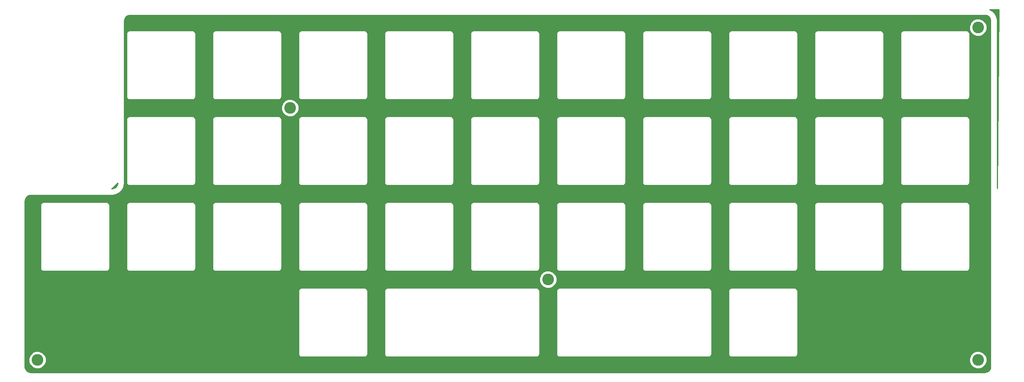
<source format=gbr>
G04 #@! TF.GenerationSoftware,KiCad,Pcbnew,(5.0.0)*
G04 #@! TF.CreationDate,2019-03-21T01:05:28+08:00*
G04 #@! TF.ProjectId,TopPlate,546F70506C6174652E6B696361645F70,rev?*
G04 #@! TF.SameCoordinates,Original*
G04 #@! TF.FileFunction,Copper,L2,Bot,Signal*
G04 #@! TF.FilePolarity,Positive*
%FSLAX46Y46*%
G04 Gerber Fmt 4.6, Leading zero omitted, Abs format (unit mm)*
G04 Created by KiCad (PCBNEW (5.0.0)) date 03/21/19 01:05:28*
%MOMM*%
%LPD*%
G01*
G04 APERTURE LIST*
G04 #@! TA.AperFunction,ComponentPad*
%ADD10C,2.600000*%
G04 #@! TD*
G04 #@! TA.AperFunction,NonConductor*
%ADD11C,0.254000*%
G04 #@! TD*
G04 APERTURE END LIST*
D10*
G04 #@! TO.P,,1*
G04 #@! TO.N,N/C*
X241480000Y-118090000D03*
G04 #@! TD*
G04 #@! TO.P,,1*
G04 #@! TO.N,N/C*
X241480000Y-44270000D03*
G04 #@! TD*
G04 #@! TO.P,,1*
G04 #@! TO.N,N/C*
X146230000Y-100230000D03*
G04 #@! TD*
G04 #@! TO.P,,1*
G04 #@! TO.N,N/C*
X33120000Y-118100000D03*
G04 #@! TD*
G04 #@! TO.P,,1*
G04 #@! TO.N,N/C*
X89080000Y-62130000D03*
G04 #@! TD*
D11*
G36*
X243329690Y-41568544D02*
X243654254Y-41716114D01*
X243924357Y-41948850D01*
X244118282Y-42248039D01*
X244227720Y-42613979D01*
X244241751Y-42802786D01*
X244241750Y-119536136D01*
X244183706Y-119941438D01*
X244036135Y-120266004D01*
X243803400Y-120536106D01*
X243504209Y-120730032D01*
X243138275Y-120839470D01*
X242949477Y-120853500D01*
X31675114Y-120853500D01*
X31269812Y-120795456D01*
X30945246Y-120647885D01*
X30675144Y-120415150D01*
X30481218Y-120115959D01*
X30371780Y-119750025D01*
X30357750Y-119561227D01*
X30357750Y-117763880D01*
X31175934Y-117763880D01*
X31185000Y-118124322D01*
X31185000Y-118484895D01*
X31194656Y-118508206D01*
X31195290Y-118533427D01*
X31452545Y-119154496D01*
X31464631Y-119159986D01*
X31479586Y-119196090D01*
X32023910Y-119740414D01*
X32060014Y-119755369D01*
X32065504Y-119767455D01*
X32401974Y-119897013D01*
X32735105Y-120035000D01*
X32760335Y-120035000D01*
X32783880Y-120044066D01*
X33144322Y-120035000D01*
X33504895Y-120035000D01*
X33528206Y-120025344D01*
X33553427Y-120024710D01*
X34174496Y-119767455D01*
X34179986Y-119755369D01*
X34216090Y-119740414D01*
X34760414Y-119196090D01*
X34775369Y-119159986D01*
X34787455Y-119154496D01*
X34917013Y-118818026D01*
X35055000Y-118484895D01*
X35055000Y-118459665D01*
X35064066Y-118436120D01*
X35055000Y-118075678D01*
X35055000Y-117753880D01*
X239535934Y-117753880D01*
X239545000Y-118114322D01*
X239545000Y-118474895D01*
X239554656Y-118498206D01*
X239555290Y-118523427D01*
X239812545Y-119144496D01*
X239824631Y-119149986D01*
X239839586Y-119186090D01*
X240383910Y-119730414D01*
X240420014Y-119745369D01*
X240425504Y-119757455D01*
X240761974Y-119887013D01*
X241095105Y-120025000D01*
X241120335Y-120025000D01*
X241143880Y-120034066D01*
X241504322Y-120025000D01*
X241864895Y-120025000D01*
X241888206Y-120015344D01*
X241913427Y-120014710D01*
X242534496Y-119757455D01*
X242539986Y-119745369D01*
X242576090Y-119730414D01*
X243120414Y-119186090D01*
X243135369Y-119149986D01*
X243147455Y-119144496D01*
X243277013Y-118808026D01*
X243415000Y-118474895D01*
X243415000Y-118449665D01*
X243424066Y-118426120D01*
X243415000Y-118065678D01*
X243415000Y-117705105D01*
X243405344Y-117681794D01*
X243404710Y-117656573D01*
X243147455Y-117035504D01*
X243135369Y-117030014D01*
X243120414Y-116993910D01*
X242576090Y-116449586D01*
X242539986Y-116434631D01*
X242534496Y-116422545D01*
X242198026Y-116292987D01*
X241864895Y-116155000D01*
X241839665Y-116155000D01*
X241816120Y-116145934D01*
X241455678Y-116155000D01*
X241095105Y-116155000D01*
X241071794Y-116164656D01*
X241046573Y-116165290D01*
X240425504Y-116422545D01*
X240420014Y-116434631D01*
X240383910Y-116449586D01*
X239839586Y-116993910D01*
X239824631Y-117030014D01*
X239812545Y-117035504D01*
X239682987Y-117371974D01*
X239545000Y-117705105D01*
X239545000Y-117730335D01*
X239535934Y-117753880D01*
X35055000Y-117753880D01*
X35055000Y-117715105D01*
X35045344Y-117691794D01*
X35044710Y-117666573D01*
X34787455Y-117045504D01*
X34775369Y-117040014D01*
X34760414Y-117003910D01*
X34216090Y-116459586D01*
X34179986Y-116444631D01*
X34174496Y-116432545D01*
X33838026Y-116302987D01*
X33504895Y-116165000D01*
X33479665Y-116165000D01*
X33456120Y-116155934D01*
X33095678Y-116165000D01*
X32735105Y-116165000D01*
X32711794Y-116174656D01*
X32686573Y-116175290D01*
X32065504Y-116432545D01*
X32060014Y-116444631D01*
X32023910Y-116459586D01*
X31479586Y-117003910D01*
X31464631Y-117040014D01*
X31452545Y-117045504D01*
X31322987Y-117381974D01*
X31185000Y-117715105D01*
X31185000Y-117740335D01*
X31175934Y-117763880D01*
X30357750Y-117763880D01*
X30357750Y-102831500D01*
X90929351Y-102831500D01*
X90943750Y-102903888D01*
X90943751Y-116609107D01*
X90929351Y-116681500D01*
X90986396Y-116968283D01*
X91148845Y-117211405D01*
X91391967Y-117373854D01*
X91606362Y-117416500D01*
X91678750Y-117430899D01*
X91751138Y-117416500D01*
X105456362Y-117416500D01*
X105528750Y-117430899D01*
X105601138Y-117416500D01*
X105815533Y-117373854D01*
X106058655Y-117211405D01*
X106221104Y-116968283D01*
X106278149Y-116681500D01*
X106263750Y-116609112D01*
X106263750Y-102903888D01*
X106278149Y-102831500D01*
X109979351Y-102831500D01*
X109993751Y-102903893D01*
X109993750Y-116609112D01*
X109979351Y-116681500D01*
X110036396Y-116968283D01*
X110198845Y-117211405D01*
X110441967Y-117373854D01*
X110728750Y-117430899D01*
X110801138Y-117416500D01*
X143556362Y-117416500D01*
X143628750Y-117430899D01*
X143701138Y-117416500D01*
X143915533Y-117373854D01*
X144158655Y-117211405D01*
X144321104Y-116968283D01*
X144378149Y-116681500D01*
X144363750Y-116609112D01*
X144363750Y-102903888D01*
X144378149Y-102831500D01*
X148079351Y-102831500D01*
X148093750Y-102903888D01*
X148093751Y-116609107D01*
X148079351Y-116681500D01*
X148136396Y-116968283D01*
X148298845Y-117211405D01*
X148541967Y-117373854D01*
X148756362Y-117416500D01*
X148828750Y-117430899D01*
X148901138Y-117416500D01*
X181656362Y-117416500D01*
X181728750Y-117430899D01*
X181801138Y-117416500D01*
X182015533Y-117373854D01*
X182258655Y-117211405D01*
X182421104Y-116968283D01*
X182478149Y-116681500D01*
X182463750Y-116609112D01*
X182463750Y-102903888D01*
X182478149Y-102831500D01*
X186179351Y-102831500D01*
X186193751Y-102903893D01*
X186193750Y-116609112D01*
X186179351Y-116681500D01*
X186236396Y-116968283D01*
X186398845Y-117211405D01*
X186641967Y-117373854D01*
X186928750Y-117430899D01*
X187001138Y-117416500D01*
X200706362Y-117416500D01*
X200778750Y-117430899D01*
X200851138Y-117416500D01*
X201065533Y-117373854D01*
X201308655Y-117211405D01*
X201471104Y-116968283D01*
X201528149Y-116681500D01*
X201513750Y-116609112D01*
X201513750Y-102903888D01*
X201528149Y-102831500D01*
X201471104Y-102544717D01*
X201308655Y-102301595D01*
X201065533Y-102139146D01*
X200851138Y-102096500D01*
X200778750Y-102082101D01*
X200706362Y-102096500D01*
X187001138Y-102096500D01*
X186928750Y-102082101D01*
X186856362Y-102096500D01*
X186641967Y-102139146D01*
X186398845Y-102301595D01*
X186236396Y-102544717D01*
X186179351Y-102831500D01*
X182478149Y-102831500D01*
X182421104Y-102544717D01*
X182258655Y-102301595D01*
X182015533Y-102139146D01*
X181801138Y-102096500D01*
X181728750Y-102082101D01*
X181656362Y-102096500D01*
X148901138Y-102096500D01*
X148828750Y-102082101D01*
X148756362Y-102096500D01*
X148541967Y-102139146D01*
X148298845Y-102301595D01*
X148136396Y-102544717D01*
X148079351Y-102831500D01*
X144378149Y-102831500D01*
X144321104Y-102544717D01*
X144158655Y-102301595D01*
X143915533Y-102139146D01*
X143701138Y-102096500D01*
X143628750Y-102082101D01*
X143556362Y-102096500D01*
X110801138Y-102096500D01*
X110728750Y-102082101D01*
X110656362Y-102096500D01*
X110441967Y-102139146D01*
X110198845Y-102301595D01*
X110036396Y-102544717D01*
X109979351Y-102831500D01*
X106278149Y-102831500D01*
X106221104Y-102544717D01*
X106058655Y-102301595D01*
X105815533Y-102139146D01*
X105601138Y-102096500D01*
X105528750Y-102082101D01*
X105456362Y-102096500D01*
X91751138Y-102096500D01*
X91678750Y-102082101D01*
X91606362Y-102096500D01*
X91391967Y-102139146D01*
X91148845Y-102301595D01*
X90986396Y-102544717D01*
X90929351Y-102831500D01*
X30357750Y-102831500D01*
X30357750Y-99893880D01*
X144285934Y-99893880D01*
X144295000Y-100254322D01*
X144295000Y-100614895D01*
X144304656Y-100638206D01*
X144305290Y-100663427D01*
X144562545Y-101284496D01*
X144574631Y-101289986D01*
X144589586Y-101326090D01*
X145133910Y-101870414D01*
X145170014Y-101885369D01*
X145175504Y-101897455D01*
X145511974Y-102027013D01*
X145845105Y-102165000D01*
X145870335Y-102165000D01*
X145893880Y-102174066D01*
X146254322Y-102165000D01*
X146614895Y-102165000D01*
X146638206Y-102155344D01*
X146663427Y-102154710D01*
X147284496Y-101897455D01*
X147289986Y-101885369D01*
X147326090Y-101870414D01*
X147870414Y-101326090D01*
X147885369Y-101289986D01*
X147897455Y-101284496D01*
X148027013Y-100948026D01*
X148165000Y-100614895D01*
X148165000Y-100589665D01*
X148174066Y-100566120D01*
X148165000Y-100205678D01*
X148165000Y-99845105D01*
X148155344Y-99821794D01*
X148154710Y-99796573D01*
X147897455Y-99175504D01*
X147885369Y-99170014D01*
X147870414Y-99133910D01*
X147326090Y-98589586D01*
X147289986Y-98574631D01*
X147284496Y-98562545D01*
X146948026Y-98432987D01*
X146614895Y-98295000D01*
X146589665Y-98295000D01*
X146566120Y-98285934D01*
X146205678Y-98295000D01*
X145845105Y-98295000D01*
X145821794Y-98304656D01*
X145796573Y-98305290D01*
X145175504Y-98562545D01*
X145170014Y-98574631D01*
X145133910Y-98589586D01*
X144589586Y-99133910D01*
X144574631Y-99170014D01*
X144562545Y-99175504D01*
X144432987Y-99511974D01*
X144295000Y-99845105D01*
X144295000Y-99870335D01*
X144285934Y-99893880D01*
X30357750Y-99893880D01*
X30357750Y-83781500D01*
X33779351Y-83781500D01*
X33793751Y-83853893D01*
X33793750Y-97559112D01*
X33779351Y-97631500D01*
X33836396Y-97918283D01*
X33998845Y-98161405D01*
X34241967Y-98323854D01*
X34528750Y-98380899D01*
X34601138Y-98366500D01*
X48306362Y-98366500D01*
X48378750Y-98380899D01*
X48451138Y-98366500D01*
X48665533Y-98323854D01*
X48908655Y-98161405D01*
X49071104Y-97918283D01*
X49128149Y-97631500D01*
X49113750Y-97559112D01*
X49113750Y-83853888D01*
X49128149Y-83781500D01*
X52829351Y-83781500D01*
X52843750Y-83853888D01*
X52843751Y-97559107D01*
X52829351Y-97631500D01*
X52886396Y-97918283D01*
X53048845Y-98161405D01*
X53291967Y-98323854D01*
X53506362Y-98366500D01*
X53578750Y-98380899D01*
X53651138Y-98366500D01*
X67356362Y-98366500D01*
X67428750Y-98380899D01*
X67501138Y-98366500D01*
X67715533Y-98323854D01*
X67958655Y-98161405D01*
X68121104Y-97918283D01*
X68178149Y-97631500D01*
X68163750Y-97559112D01*
X68163750Y-83853888D01*
X68178149Y-83781500D01*
X71879351Y-83781500D01*
X71893751Y-83853893D01*
X71893750Y-97559112D01*
X71879351Y-97631500D01*
X71936396Y-97918283D01*
X72098845Y-98161405D01*
X72341967Y-98323854D01*
X72628750Y-98380899D01*
X72701138Y-98366500D01*
X86406362Y-98366500D01*
X86478750Y-98380899D01*
X86551138Y-98366500D01*
X86765533Y-98323854D01*
X87008655Y-98161405D01*
X87171104Y-97918283D01*
X87228149Y-97631500D01*
X87213750Y-97559112D01*
X87213750Y-83853888D01*
X87228149Y-83781500D01*
X90929351Y-83781500D01*
X90943750Y-83853888D01*
X90943751Y-97559107D01*
X90929351Y-97631500D01*
X90986396Y-97918283D01*
X91148845Y-98161405D01*
X91391967Y-98323854D01*
X91606362Y-98366500D01*
X91678750Y-98380899D01*
X91751138Y-98366500D01*
X105456362Y-98366500D01*
X105528750Y-98380899D01*
X105601138Y-98366500D01*
X105815533Y-98323854D01*
X106058655Y-98161405D01*
X106221104Y-97918283D01*
X106278149Y-97631500D01*
X106263750Y-97559112D01*
X106263750Y-83853888D01*
X106278149Y-83781500D01*
X109979351Y-83781500D01*
X109993750Y-83853888D01*
X109993751Y-97559107D01*
X109979351Y-97631500D01*
X110036396Y-97918283D01*
X110198845Y-98161405D01*
X110441967Y-98323854D01*
X110656362Y-98366500D01*
X110728750Y-98380899D01*
X110801138Y-98366500D01*
X124506362Y-98366500D01*
X124578750Y-98380899D01*
X124651138Y-98366500D01*
X124865533Y-98323854D01*
X125108655Y-98161405D01*
X125271104Y-97918283D01*
X125328149Y-97631500D01*
X125313750Y-97559112D01*
X125313750Y-83853888D01*
X125328149Y-83781500D01*
X129029351Y-83781500D01*
X129043751Y-83853893D01*
X129043750Y-97559112D01*
X129029351Y-97631500D01*
X129086396Y-97918283D01*
X129248845Y-98161405D01*
X129491967Y-98323854D01*
X129778750Y-98380899D01*
X129851138Y-98366500D01*
X143556362Y-98366500D01*
X143628750Y-98380899D01*
X143701138Y-98366500D01*
X143915533Y-98323854D01*
X144158655Y-98161405D01*
X144321104Y-97918283D01*
X144378149Y-97631500D01*
X144363750Y-97559112D01*
X144363750Y-83853888D01*
X144378149Y-83781500D01*
X148079351Y-83781500D01*
X148093751Y-83853893D01*
X148093750Y-97559112D01*
X148079351Y-97631500D01*
X148136396Y-97918283D01*
X148298845Y-98161405D01*
X148541967Y-98323854D01*
X148828750Y-98380899D01*
X148901138Y-98366500D01*
X162606362Y-98366500D01*
X162678750Y-98380899D01*
X162751138Y-98366500D01*
X162965533Y-98323854D01*
X163208655Y-98161405D01*
X163371104Y-97918283D01*
X163428149Y-97631500D01*
X163413750Y-97559112D01*
X163413750Y-83853888D01*
X163428149Y-83781500D01*
X167129351Y-83781500D01*
X167143751Y-83853893D01*
X167143750Y-97559112D01*
X167129351Y-97631500D01*
X167186396Y-97918283D01*
X167348845Y-98161405D01*
X167591967Y-98323854D01*
X167878750Y-98380899D01*
X167951138Y-98366500D01*
X181656362Y-98366500D01*
X181728750Y-98380899D01*
X181801138Y-98366500D01*
X182015533Y-98323854D01*
X182258655Y-98161405D01*
X182421104Y-97918283D01*
X182478149Y-97631500D01*
X182463750Y-97559112D01*
X182463750Y-83853888D01*
X182478149Y-83781500D01*
X186179351Y-83781500D01*
X186193751Y-83853893D01*
X186193750Y-97559112D01*
X186179351Y-97631500D01*
X186236396Y-97918283D01*
X186398845Y-98161405D01*
X186641967Y-98323854D01*
X186928750Y-98380899D01*
X187001138Y-98366500D01*
X200706362Y-98366500D01*
X200778750Y-98380899D01*
X200851138Y-98366500D01*
X201065533Y-98323854D01*
X201308655Y-98161405D01*
X201471104Y-97918283D01*
X201528149Y-97631500D01*
X201513750Y-97559112D01*
X201513750Y-83853888D01*
X201528149Y-83781500D01*
X205229351Y-83781500D01*
X205243750Y-83853888D01*
X205243751Y-97559107D01*
X205229351Y-97631500D01*
X205286396Y-97918283D01*
X205448845Y-98161405D01*
X205691967Y-98323854D01*
X205906362Y-98366500D01*
X205978750Y-98380899D01*
X206051138Y-98366500D01*
X219756362Y-98366500D01*
X219828750Y-98380899D01*
X219901138Y-98366500D01*
X220115533Y-98323854D01*
X220358655Y-98161405D01*
X220521104Y-97918283D01*
X220578149Y-97631500D01*
X220563750Y-97559112D01*
X220563750Y-83853888D01*
X220578149Y-83781500D01*
X224279351Y-83781500D01*
X224293751Y-83853893D01*
X224293750Y-97559112D01*
X224279351Y-97631500D01*
X224336396Y-97918283D01*
X224498845Y-98161405D01*
X224741967Y-98323854D01*
X225028750Y-98380899D01*
X225101138Y-98366500D01*
X238806362Y-98366500D01*
X238878750Y-98380899D01*
X238951138Y-98366500D01*
X239165533Y-98323854D01*
X239408655Y-98161405D01*
X239571104Y-97918283D01*
X239628149Y-97631500D01*
X239613750Y-97559112D01*
X239613750Y-83853888D01*
X239628149Y-83781500D01*
X239571104Y-83494717D01*
X239408655Y-83251595D01*
X239165533Y-83089146D01*
X238951138Y-83046500D01*
X238878750Y-83032101D01*
X238806362Y-83046500D01*
X225101138Y-83046500D01*
X225028750Y-83032101D01*
X224956362Y-83046500D01*
X224741967Y-83089146D01*
X224498845Y-83251595D01*
X224336396Y-83494717D01*
X224279351Y-83781500D01*
X220578149Y-83781500D01*
X220521104Y-83494717D01*
X220358655Y-83251595D01*
X220115533Y-83089146D01*
X219901138Y-83046500D01*
X219828750Y-83032101D01*
X219756362Y-83046500D01*
X206051138Y-83046500D01*
X205978750Y-83032101D01*
X205906362Y-83046500D01*
X205691967Y-83089146D01*
X205448845Y-83251595D01*
X205286396Y-83494717D01*
X205229351Y-83781500D01*
X201528149Y-83781500D01*
X201471104Y-83494717D01*
X201308655Y-83251595D01*
X201065533Y-83089146D01*
X200851138Y-83046500D01*
X200778750Y-83032101D01*
X200706362Y-83046500D01*
X187001138Y-83046500D01*
X186928750Y-83032101D01*
X186856362Y-83046500D01*
X186641967Y-83089146D01*
X186398845Y-83251595D01*
X186236396Y-83494717D01*
X186179351Y-83781500D01*
X182478149Y-83781500D01*
X182421104Y-83494717D01*
X182258655Y-83251595D01*
X182015533Y-83089146D01*
X181801138Y-83046500D01*
X181728750Y-83032101D01*
X181656362Y-83046500D01*
X167951138Y-83046500D01*
X167878750Y-83032101D01*
X167806362Y-83046500D01*
X167591967Y-83089146D01*
X167348845Y-83251595D01*
X167186396Y-83494717D01*
X167129351Y-83781500D01*
X163428149Y-83781500D01*
X163371104Y-83494717D01*
X163208655Y-83251595D01*
X162965533Y-83089146D01*
X162751138Y-83046500D01*
X162678750Y-83032101D01*
X162606362Y-83046500D01*
X148901138Y-83046500D01*
X148828750Y-83032101D01*
X148756362Y-83046500D01*
X148541967Y-83089146D01*
X148298845Y-83251595D01*
X148136396Y-83494717D01*
X148079351Y-83781500D01*
X144378149Y-83781500D01*
X144321104Y-83494717D01*
X144158655Y-83251595D01*
X143915533Y-83089146D01*
X143701138Y-83046500D01*
X143628750Y-83032101D01*
X143556362Y-83046500D01*
X129851138Y-83046500D01*
X129778750Y-83032101D01*
X129706362Y-83046500D01*
X129491967Y-83089146D01*
X129248845Y-83251595D01*
X129086396Y-83494717D01*
X129029351Y-83781500D01*
X125328149Y-83781500D01*
X125271104Y-83494717D01*
X125108655Y-83251595D01*
X124865533Y-83089146D01*
X124651138Y-83046500D01*
X124578750Y-83032101D01*
X124506362Y-83046500D01*
X110801138Y-83046500D01*
X110728750Y-83032101D01*
X110656362Y-83046500D01*
X110441967Y-83089146D01*
X110198845Y-83251595D01*
X110036396Y-83494717D01*
X109979351Y-83781500D01*
X106278149Y-83781500D01*
X106221104Y-83494717D01*
X106058655Y-83251595D01*
X105815533Y-83089146D01*
X105601138Y-83046500D01*
X105528750Y-83032101D01*
X105456362Y-83046500D01*
X91751138Y-83046500D01*
X91678750Y-83032101D01*
X91606362Y-83046500D01*
X91391967Y-83089146D01*
X91148845Y-83251595D01*
X90986396Y-83494717D01*
X90929351Y-83781500D01*
X87228149Y-83781500D01*
X87171104Y-83494717D01*
X87008655Y-83251595D01*
X86765533Y-83089146D01*
X86551138Y-83046500D01*
X86478750Y-83032101D01*
X86406362Y-83046500D01*
X72701138Y-83046500D01*
X72628750Y-83032101D01*
X72556362Y-83046500D01*
X72341967Y-83089146D01*
X72098845Y-83251595D01*
X71936396Y-83494717D01*
X71879351Y-83781500D01*
X68178149Y-83781500D01*
X68121104Y-83494717D01*
X67958655Y-83251595D01*
X67715533Y-83089146D01*
X67501138Y-83046500D01*
X67428750Y-83032101D01*
X67356362Y-83046500D01*
X53651138Y-83046500D01*
X53578750Y-83032101D01*
X53506362Y-83046500D01*
X53291967Y-83089146D01*
X53048845Y-83251595D01*
X52886396Y-83494717D01*
X52829351Y-83781500D01*
X49128149Y-83781500D01*
X49071104Y-83494717D01*
X48908655Y-83251595D01*
X48665533Y-83089146D01*
X48451138Y-83046500D01*
X48378750Y-83032101D01*
X48306362Y-83046500D01*
X34601138Y-83046500D01*
X34528750Y-83032101D01*
X34456362Y-83046500D01*
X34241967Y-83089146D01*
X33998845Y-83251595D01*
X33836396Y-83494717D01*
X33779351Y-83781500D01*
X30357750Y-83781500D01*
X30357750Y-82827864D01*
X30415794Y-82422560D01*
X30563364Y-82097996D01*
X30796100Y-81827893D01*
X31095289Y-81633968D01*
X31461229Y-81524530D01*
X31650023Y-81510500D01*
X49695138Y-81510500D01*
X49722045Y-81505148D01*
X49972838Y-81486511D01*
X50046073Y-81470409D01*
X50120347Y-81460235D01*
X50128965Y-81457715D01*
X50672250Y-81295239D01*
X50762818Y-81253390D01*
X50853861Y-81212665D01*
X50861426Y-81207827D01*
X51337271Y-80899399D01*
X51412458Y-80833809D01*
X51488407Y-80769172D01*
X51494310Y-80762406D01*
X51864465Y-80332821D01*
X51918226Y-80248758D01*
X51972976Y-80165409D01*
X51976742Y-80157258D01*
X52211448Y-79641049D01*
X52239456Y-79545269D01*
X52268610Y-79449910D01*
X52269938Y-79441030D01*
X52347510Y-78899369D01*
X52357750Y-78847888D01*
X52357750Y-64731500D01*
X52829351Y-64731500D01*
X52843751Y-64803893D01*
X52843750Y-78509112D01*
X52829351Y-78581500D01*
X52886396Y-78868283D01*
X52894023Y-78879697D01*
X53048845Y-79111405D01*
X53291967Y-79273854D01*
X53578750Y-79330899D01*
X53651138Y-79316500D01*
X67356362Y-79316500D01*
X67428750Y-79330899D01*
X67501138Y-79316500D01*
X67715533Y-79273854D01*
X67958655Y-79111405D01*
X68121104Y-78868283D01*
X68178149Y-78581500D01*
X68163750Y-78509112D01*
X68163750Y-64803888D01*
X68178149Y-64731500D01*
X71879351Y-64731500D01*
X71893750Y-64803888D01*
X71893751Y-78509107D01*
X71879351Y-78581500D01*
X71936396Y-78868283D01*
X72098845Y-79111405D01*
X72341967Y-79273854D01*
X72556362Y-79316500D01*
X72628750Y-79330899D01*
X72701138Y-79316500D01*
X86406362Y-79316500D01*
X86478750Y-79330899D01*
X86551138Y-79316500D01*
X86765533Y-79273854D01*
X87008655Y-79111405D01*
X87171104Y-78868283D01*
X87228149Y-78581500D01*
X87213750Y-78509112D01*
X87213750Y-64803888D01*
X87228149Y-64731500D01*
X90929351Y-64731500D01*
X90943750Y-64803888D01*
X90943751Y-78509107D01*
X90929351Y-78581500D01*
X90986396Y-78868283D01*
X91148845Y-79111405D01*
X91391967Y-79273854D01*
X91606362Y-79316500D01*
X91678750Y-79330899D01*
X91751138Y-79316500D01*
X105456362Y-79316500D01*
X105528750Y-79330899D01*
X105601138Y-79316500D01*
X105815533Y-79273854D01*
X106058655Y-79111405D01*
X106221104Y-78868283D01*
X106278149Y-78581500D01*
X106263750Y-78509112D01*
X106263750Y-64803888D01*
X106278149Y-64731500D01*
X109979351Y-64731500D01*
X109993750Y-64803888D01*
X109993751Y-78509107D01*
X109979351Y-78581500D01*
X110036396Y-78868283D01*
X110198845Y-79111405D01*
X110441967Y-79273854D01*
X110656362Y-79316500D01*
X110728750Y-79330899D01*
X110801138Y-79316500D01*
X124506362Y-79316500D01*
X124578750Y-79330899D01*
X124651138Y-79316500D01*
X124865533Y-79273854D01*
X125108655Y-79111405D01*
X125271104Y-78868283D01*
X125328149Y-78581500D01*
X125313750Y-78509112D01*
X125313750Y-64803888D01*
X125328149Y-64731500D01*
X129029351Y-64731500D01*
X129043751Y-64803893D01*
X129043750Y-78509112D01*
X129029351Y-78581500D01*
X129086396Y-78868283D01*
X129094023Y-78879697D01*
X129248845Y-79111405D01*
X129491967Y-79273854D01*
X129778750Y-79330899D01*
X129851138Y-79316500D01*
X143556362Y-79316500D01*
X143628750Y-79330899D01*
X143701138Y-79316500D01*
X143915533Y-79273854D01*
X144158655Y-79111405D01*
X144321104Y-78868283D01*
X144378149Y-78581500D01*
X144363750Y-78509112D01*
X144363750Y-64803888D01*
X144378149Y-64731500D01*
X148079351Y-64731500D01*
X148093751Y-64803893D01*
X148093750Y-78509112D01*
X148079351Y-78581500D01*
X148136396Y-78868283D01*
X148144023Y-78879697D01*
X148298845Y-79111405D01*
X148541967Y-79273854D01*
X148828750Y-79330899D01*
X148901138Y-79316500D01*
X162606362Y-79316500D01*
X162678750Y-79330899D01*
X162751138Y-79316500D01*
X162965533Y-79273854D01*
X163208655Y-79111405D01*
X163371104Y-78868283D01*
X163428149Y-78581500D01*
X163413750Y-78509112D01*
X163413750Y-64803888D01*
X163428149Y-64731500D01*
X167129351Y-64731500D01*
X167143751Y-64803893D01*
X167143750Y-78509112D01*
X167129351Y-78581500D01*
X167186396Y-78868283D01*
X167194023Y-78879697D01*
X167348845Y-79111405D01*
X167591967Y-79273854D01*
X167878750Y-79330899D01*
X167951138Y-79316500D01*
X181656362Y-79316500D01*
X181728750Y-79330899D01*
X181801138Y-79316500D01*
X182015533Y-79273854D01*
X182258655Y-79111405D01*
X182421104Y-78868283D01*
X182478149Y-78581500D01*
X182463750Y-78509112D01*
X182463750Y-64803888D01*
X182478149Y-64731500D01*
X186179351Y-64731500D01*
X186193750Y-64803888D01*
X186193751Y-78509107D01*
X186179351Y-78581500D01*
X186236396Y-78868283D01*
X186398845Y-79111405D01*
X186641967Y-79273854D01*
X186856362Y-79316500D01*
X186928750Y-79330899D01*
X187001138Y-79316500D01*
X200706362Y-79316500D01*
X200778750Y-79330899D01*
X200851138Y-79316500D01*
X201065533Y-79273854D01*
X201308655Y-79111405D01*
X201471104Y-78868283D01*
X201528149Y-78581500D01*
X201513750Y-78509112D01*
X201513750Y-64803888D01*
X201528149Y-64731500D01*
X205229351Y-64731500D01*
X205243750Y-64803888D01*
X205243751Y-78509107D01*
X205229351Y-78581500D01*
X205286396Y-78868283D01*
X205448845Y-79111405D01*
X205691967Y-79273854D01*
X205906362Y-79316500D01*
X205978750Y-79330899D01*
X206051138Y-79316500D01*
X219756362Y-79316500D01*
X219828750Y-79330899D01*
X219901138Y-79316500D01*
X220115533Y-79273854D01*
X220358655Y-79111405D01*
X220521104Y-78868283D01*
X220578149Y-78581500D01*
X220563750Y-78509112D01*
X220563750Y-64803888D01*
X220578149Y-64731500D01*
X224279351Y-64731500D01*
X224293751Y-64803893D01*
X224293750Y-78509112D01*
X224279351Y-78581500D01*
X224336396Y-78868283D01*
X224344023Y-78879697D01*
X224498845Y-79111405D01*
X224741967Y-79273854D01*
X225028750Y-79330899D01*
X225101138Y-79316500D01*
X238806362Y-79316500D01*
X238878750Y-79330899D01*
X238951138Y-79316500D01*
X239165533Y-79273854D01*
X239408655Y-79111405D01*
X239571104Y-78868283D01*
X239628149Y-78581500D01*
X239613750Y-78509112D01*
X239613750Y-64803888D01*
X239628149Y-64731500D01*
X239571104Y-64444717D01*
X239408655Y-64201595D01*
X239165533Y-64039146D01*
X238951138Y-63996500D01*
X238878750Y-63982101D01*
X238806362Y-63996500D01*
X225101138Y-63996500D01*
X225028750Y-63982101D01*
X224956362Y-63996500D01*
X224741967Y-64039146D01*
X224498845Y-64201595D01*
X224336396Y-64444717D01*
X224279351Y-64731500D01*
X220578149Y-64731500D01*
X220521104Y-64444717D01*
X220358655Y-64201595D01*
X220115533Y-64039146D01*
X219901138Y-63996500D01*
X219828750Y-63982101D01*
X219756362Y-63996500D01*
X206051138Y-63996500D01*
X205978750Y-63982101D01*
X205906362Y-63996500D01*
X205691967Y-64039146D01*
X205448845Y-64201595D01*
X205286396Y-64444717D01*
X205229351Y-64731500D01*
X201528149Y-64731500D01*
X201471104Y-64444717D01*
X201308655Y-64201595D01*
X201065533Y-64039146D01*
X200851138Y-63996500D01*
X200778750Y-63982101D01*
X200706362Y-63996500D01*
X187001138Y-63996500D01*
X186928750Y-63982101D01*
X186856362Y-63996500D01*
X186641967Y-64039146D01*
X186398845Y-64201595D01*
X186236396Y-64444717D01*
X186179351Y-64731500D01*
X182478149Y-64731500D01*
X182421104Y-64444717D01*
X182258655Y-64201595D01*
X182015533Y-64039146D01*
X181801138Y-63996500D01*
X181728750Y-63982101D01*
X181656362Y-63996500D01*
X167951138Y-63996500D01*
X167878750Y-63982101D01*
X167806362Y-63996500D01*
X167591967Y-64039146D01*
X167348845Y-64201595D01*
X167186396Y-64444717D01*
X167129351Y-64731500D01*
X163428149Y-64731500D01*
X163371104Y-64444717D01*
X163208655Y-64201595D01*
X162965533Y-64039146D01*
X162751138Y-63996500D01*
X162678750Y-63982101D01*
X162606362Y-63996500D01*
X148901138Y-63996500D01*
X148828750Y-63982101D01*
X148756362Y-63996500D01*
X148541967Y-64039146D01*
X148298845Y-64201595D01*
X148136396Y-64444717D01*
X148079351Y-64731500D01*
X144378149Y-64731500D01*
X144321104Y-64444717D01*
X144158655Y-64201595D01*
X143915533Y-64039146D01*
X143701138Y-63996500D01*
X143628750Y-63982101D01*
X143556362Y-63996500D01*
X129851138Y-63996500D01*
X129778750Y-63982101D01*
X129706362Y-63996500D01*
X129491967Y-64039146D01*
X129248845Y-64201595D01*
X129086396Y-64444717D01*
X129029351Y-64731500D01*
X125328149Y-64731500D01*
X125271104Y-64444717D01*
X125108655Y-64201595D01*
X124865533Y-64039146D01*
X124651138Y-63996500D01*
X124578750Y-63982101D01*
X124506362Y-63996500D01*
X110801138Y-63996500D01*
X110728750Y-63982101D01*
X110656362Y-63996500D01*
X110441967Y-64039146D01*
X110198845Y-64201595D01*
X110036396Y-64444717D01*
X109979351Y-64731500D01*
X106278149Y-64731500D01*
X106221104Y-64444717D01*
X106058655Y-64201595D01*
X105815533Y-64039146D01*
X105601138Y-63996500D01*
X105528750Y-63982101D01*
X105456362Y-63996500D01*
X91751138Y-63996500D01*
X91678750Y-63982101D01*
X91606362Y-63996500D01*
X91391967Y-64039146D01*
X91148845Y-64201595D01*
X90986396Y-64444717D01*
X90929351Y-64731500D01*
X87228149Y-64731500D01*
X87171104Y-64444717D01*
X87008655Y-64201595D01*
X86765533Y-64039146D01*
X86551138Y-63996500D01*
X86478750Y-63982101D01*
X86406362Y-63996500D01*
X72701138Y-63996500D01*
X72628750Y-63982101D01*
X72556362Y-63996500D01*
X72341967Y-64039146D01*
X72098845Y-64201595D01*
X71936396Y-64444717D01*
X71879351Y-64731500D01*
X68178149Y-64731500D01*
X68121104Y-64444717D01*
X67958655Y-64201595D01*
X67715533Y-64039146D01*
X67501138Y-63996500D01*
X67428750Y-63982101D01*
X67356362Y-63996500D01*
X53651138Y-63996500D01*
X53578750Y-63982101D01*
X53506362Y-63996500D01*
X53291967Y-64039146D01*
X53048845Y-64201595D01*
X52886396Y-64444717D01*
X52829351Y-64731500D01*
X52357750Y-64731500D01*
X52357750Y-61793880D01*
X87135934Y-61793880D01*
X87145000Y-62154322D01*
X87145000Y-62514895D01*
X87154656Y-62538206D01*
X87155290Y-62563427D01*
X87412545Y-63184496D01*
X87424631Y-63189986D01*
X87439586Y-63226090D01*
X87983910Y-63770414D01*
X88020014Y-63785369D01*
X88025504Y-63797455D01*
X88361974Y-63927013D01*
X88695105Y-64065000D01*
X88720335Y-64065000D01*
X88743880Y-64074066D01*
X89104322Y-64065000D01*
X89464895Y-64065000D01*
X89488206Y-64055344D01*
X89513427Y-64054710D01*
X90134496Y-63797455D01*
X90139986Y-63785369D01*
X90176090Y-63770414D01*
X90720414Y-63226090D01*
X90735369Y-63189986D01*
X90747455Y-63184496D01*
X90877013Y-62848026D01*
X91015000Y-62514895D01*
X91015000Y-62489665D01*
X91024066Y-62466120D01*
X91015000Y-62105678D01*
X91015000Y-61745105D01*
X91005344Y-61721794D01*
X91004710Y-61696573D01*
X90747455Y-61075504D01*
X90735369Y-61070014D01*
X90720414Y-61033910D01*
X90176090Y-60489586D01*
X90139986Y-60474631D01*
X90134496Y-60462545D01*
X89798026Y-60332987D01*
X89464895Y-60195000D01*
X89439665Y-60195000D01*
X89416120Y-60185934D01*
X89055678Y-60195000D01*
X88695105Y-60195000D01*
X88671794Y-60204656D01*
X88646573Y-60205290D01*
X88025504Y-60462545D01*
X88020014Y-60474631D01*
X87983910Y-60489586D01*
X87439586Y-61033910D01*
X87424631Y-61070014D01*
X87412545Y-61075504D01*
X87282987Y-61411974D01*
X87145000Y-61745105D01*
X87145000Y-61770335D01*
X87135934Y-61793880D01*
X52357750Y-61793880D01*
X52357750Y-45681500D01*
X52829351Y-45681500D01*
X52843751Y-45753893D01*
X52843750Y-59459112D01*
X52829351Y-59531500D01*
X52886396Y-59818283D01*
X53048845Y-60061405D01*
X53291967Y-60223854D01*
X53578750Y-60280899D01*
X53651138Y-60266500D01*
X67356362Y-60266500D01*
X67428750Y-60280899D01*
X67501138Y-60266500D01*
X67715533Y-60223854D01*
X67958655Y-60061405D01*
X68121104Y-59818283D01*
X68178149Y-59531500D01*
X68163750Y-59459112D01*
X68163750Y-45753888D01*
X68178149Y-45681500D01*
X71879351Y-45681500D01*
X71893750Y-45753888D01*
X71893751Y-59459107D01*
X71879351Y-59531500D01*
X71936396Y-59818283D01*
X72098845Y-60061405D01*
X72341967Y-60223854D01*
X72556362Y-60266500D01*
X72628750Y-60280899D01*
X72701138Y-60266500D01*
X86406362Y-60266500D01*
X86478750Y-60280899D01*
X86551138Y-60266500D01*
X86765533Y-60223854D01*
X87008655Y-60061405D01*
X87171104Y-59818283D01*
X87228149Y-59531500D01*
X87213750Y-59459112D01*
X87213750Y-45753888D01*
X87228149Y-45681500D01*
X90929351Y-45681500D01*
X90943751Y-45753893D01*
X90943750Y-59459112D01*
X90929351Y-59531500D01*
X90986396Y-59818283D01*
X91148845Y-60061405D01*
X91391967Y-60223854D01*
X91678750Y-60280899D01*
X91751138Y-60266500D01*
X105456362Y-60266500D01*
X105528750Y-60280899D01*
X105601138Y-60266500D01*
X105815533Y-60223854D01*
X106058655Y-60061405D01*
X106221104Y-59818283D01*
X106278149Y-59531500D01*
X106263750Y-59459112D01*
X106263750Y-45753888D01*
X106278149Y-45681500D01*
X109979351Y-45681500D01*
X109993750Y-45753888D01*
X109993751Y-59459107D01*
X109979351Y-59531500D01*
X110036396Y-59818283D01*
X110198845Y-60061405D01*
X110441967Y-60223854D01*
X110656362Y-60266500D01*
X110728750Y-60280899D01*
X110801138Y-60266500D01*
X124506362Y-60266500D01*
X124578750Y-60280899D01*
X124651138Y-60266500D01*
X124865533Y-60223854D01*
X125108655Y-60061405D01*
X125271104Y-59818283D01*
X125328149Y-59531500D01*
X125313750Y-59459112D01*
X125313750Y-45753888D01*
X125328149Y-45681500D01*
X129029351Y-45681500D01*
X129043751Y-45753893D01*
X129043750Y-59459112D01*
X129029351Y-59531500D01*
X129086396Y-59818283D01*
X129248845Y-60061405D01*
X129491967Y-60223854D01*
X129778750Y-60280899D01*
X129851138Y-60266500D01*
X143556362Y-60266500D01*
X143628750Y-60280899D01*
X143701138Y-60266500D01*
X143915533Y-60223854D01*
X144158655Y-60061405D01*
X144321104Y-59818283D01*
X144378149Y-59531500D01*
X144363750Y-59459112D01*
X144363750Y-45753888D01*
X144378149Y-45681500D01*
X148079351Y-45681500D01*
X148093750Y-45753888D01*
X148093751Y-59459107D01*
X148079351Y-59531500D01*
X148136396Y-59818283D01*
X148298845Y-60061405D01*
X148541967Y-60223854D01*
X148756362Y-60266500D01*
X148828750Y-60280899D01*
X148901138Y-60266500D01*
X162606362Y-60266500D01*
X162678750Y-60280899D01*
X162751138Y-60266500D01*
X162965533Y-60223854D01*
X163208655Y-60061405D01*
X163371104Y-59818283D01*
X163428149Y-59531500D01*
X163413750Y-59459112D01*
X163413750Y-45753888D01*
X163428149Y-45681500D01*
X167129351Y-45681500D01*
X167143750Y-45753888D01*
X167143751Y-59459107D01*
X167129351Y-59531500D01*
X167186396Y-59818283D01*
X167348845Y-60061405D01*
X167591967Y-60223854D01*
X167806362Y-60266500D01*
X167878750Y-60280899D01*
X167951138Y-60266500D01*
X181656362Y-60266500D01*
X181728750Y-60280899D01*
X181801138Y-60266500D01*
X182015533Y-60223854D01*
X182258655Y-60061405D01*
X182421104Y-59818283D01*
X182478149Y-59531500D01*
X182463750Y-59459112D01*
X182463750Y-45753888D01*
X182478149Y-45681500D01*
X186179351Y-45681500D01*
X186193750Y-45753888D01*
X186193751Y-59459107D01*
X186179351Y-59531500D01*
X186236396Y-59818283D01*
X186398845Y-60061405D01*
X186641967Y-60223854D01*
X186856362Y-60266500D01*
X186928750Y-60280899D01*
X187001138Y-60266500D01*
X200706362Y-60266500D01*
X200778750Y-60280899D01*
X200851138Y-60266500D01*
X201065533Y-60223854D01*
X201308655Y-60061405D01*
X201471104Y-59818283D01*
X201528149Y-59531500D01*
X201513750Y-59459112D01*
X201513750Y-45753888D01*
X201528149Y-45681500D01*
X205229351Y-45681500D01*
X205243750Y-45753888D01*
X205243751Y-59459107D01*
X205229351Y-59531500D01*
X205286396Y-59818283D01*
X205448845Y-60061405D01*
X205691967Y-60223854D01*
X205906362Y-60266500D01*
X205978750Y-60280899D01*
X206051138Y-60266500D01*
X219756362Y-60266500D01*
X219828750Y-60280899D01*
X219901138Y-60266500D01*
X220115533Y-60223854D01*
X220358655Y-60061405D01*
X220521104Y-59818283D01*
X220578149Y-59531500D01*
X220563750Y-59459112D01*
X220563750Y-45753888D01*
X220578149Y-45681500D01*
X224279351Y-45681500D01*
X224293751Y-45753893D01*
X224293750Y-59459112D01*
X224279351Y-59531500D01*
X224336396Y-59818283D01*
X224498845Y-60061405D01*
X224741967Y-60223854D01*
X225028750Y-60280899D01*
X225101138Y-60266500D01*
X238806362Y-60266500D01*
X238878750Y-60280899D01*
X238951138Y-60266500D01*
X239165533Y-60223854D01*
X239408655Y-60061405D01*
X239571104Y-59818283D01*
X239628149Y-59531500D01*
X239613750Y-59459112D01*
X239613750Y-45753888D01*
X239628149Y-45681500D01*
X239571104Y-45394717D01*
X239408655Y-45151595D01*
X239165533Y-44989146D01*
X238951138Y-44946500D01*
X238878750Y-44932101D01*
X238806362Y-44946500D01*
X225101138Y-44946500D01*
X225028750Y-44932101D01*
X224956362Y-44946500D01*
X224741967Y-44989146D01*
X224498845Y-45151595D01*
X224336396Y-45394717D01*
X224279351Y-45681500D01*
X220578149Y-45681500D01*
X220521104Y-45394717D01*
X220358655Y-45151595D01*
X220115533Y-44989146D01*
X219901138Y-44946500D01*
X219828750Y-44932101D01*
X219756362Y-44946500D01*
X206051138Y-44946500D01*
X205978750Y-44932101D01*
X205906362Y-44946500D01*
X205691967Y-44989146D01*
X205448845Y-45151595D01*
X205286396Y-45394717D01*
X205229351Y-45681500D01*
X201528149Y-45681500D01*
X201471104Y-45394717D01*
X201308655Y-45151595D01*
X201065533Y-44989146D01*
X200851138Y-44946500D01*
X200778750Y-44932101D01*
X200706362Y-44946500D01*
X187001138Y-44946500D01*
X186928750Y-44932101D01*
X186856362Y-44946500D01*
X186641967Y-44989146D01*
X186398845Y-45151595D01*
X186236396Y-45394717D01*
X186179351Y-45681500D01*
X182478149Y-45681500D01*
X182421104Y-45394717D01*
X182258655Y-45151595D01*
X182015533Y-44989146D01*
X181801138Y-44946500D01*
X181728750Y-44932101D01*
X181656362Y-44946500D01*
X167951138Y-44946500D01*
X167878750Y-44932101D01*
X167806362Y-44946500D01*
X167591967Y-44989146D01*
X167348845Y-45151595D01*
X167186396Y-45394717D01*
X167129351Y-45681500D01*
X163428149Y-45681500D01*
X163371104Y-45394717D01*
X163208655Y-45151595D01*
X162965533Y-44989146D01*
X162751138Y-44946500D01*
X162678750Y-44932101D01*
X162606362Y-44946500D01*
X148901138Y-44946500D01*
X148828750Y-44932101D01*
X148756362Y-44946500D01*
X148541967Y-44989146D01*
X148298845Y-45151595D01*
X148136396Y-45394717D01*
X148079351Y-45681500D01*
X144378149Y-45681500D01*
X144321104Y-45394717D01*
X144158655Y-45151595D01*
X143915533Y-44989146D01*
X143701138Y-44946500D01*
X143628750Y-44932101D01*
X143556362Y-44946500D01*
X129851138Y-44946500D01*
X129778750Y-44932101D01*
X129706362Y-44946500D01*
X129491967Y-44989146D01*
X129248845Y-45151595D01*
X129086396Y-45394717D01*
X129029351Y-45681500D01*
X125328149Y-45681500D01*
X125271104Y-45394717D01*
X125108655Y-45151595D01*
X124865533Y-44989146D01*
X124651138Y-44946500D01*
X124578750Y-44932101D01*
X124506362Y-44946500D01*
X110801138Y-44946500D01*
X110728750Y-44932101D01*
X110656362Y-44946500D01*
X110441967Y-44989146D01*
X110198845Y-45151595D01*
X110036396Y-45394717D01*
X109979351Y-45681500D01*
X106278149Y-45681500D01*
X106221104Y-45394717D01*
X106058655Y-45151595D01*
X105815533Y-44989146D01*
X105601138Y-44946500D01*
X105528750Y-44932101D01*
X105456362Y-44946500D01*
X91751138Y-44946500D01*
X91678750Y-44932101D01*
X91606362Y-44946500D01*
X91391967Y-44989146D01*
X91148845Y-45151595D01*
X90986396Y-45394717D01*
X90929351Y-45681500D01*
X87228149Y-45681500D01*
X87171104Y-45394717D01*
X87008655Y-45151595D01*
X86765533Y-44989146D01*
X86551138Y-44946500D01*
X86478750Y-44932101D01*
X86406362Y-44946500D01*
X72701138Y-44946500D01*
X72628750Y-44932101D01*
X72556362Y-44946500D01*
X72341967Y-44989146D01*
X72098845Y-45151595D01*
X71936396Y-45394717D01*
X71879351Y-45681500D01*
X68178149Y-45681500D01*
X68121104Y-45394717D01*
X67958655Y-45151595D01*
X67715533Y-44989146D01*
X67501138Y-44946500D01*
X67428750Y-44932101D01*
X67356362Y-44946500D01*
X53651138Y-44946500D01*
X53578750Y-44932101D01*
X53506362Y-44946500D01*
X53291967Y-44989146D01*
X53048845Y-45151595D01*
X52886396Y-45394717D01*
X52829351Y-45681500D01*
X52357750Y-45681500D01*
X52357750Y-43933880D01*
X239535934Y-43933880D01*
X239545000Y-44294322D01*
X239545000Y-44654895D01*
X239554656Y-44678206D01*
X239555290Y-44703427D01*
X239812545Y-45324496D01*
X239824631Y-45329986D01*
X239839586Y-45366090D01*
X240383910Y-45910414D01*
X240420014Y-45925369D01*
X240425504Y-45937455D01*
X240761974Y-46067013D01*
X241095105Y-46205000D01*
X241120335Y-46205000D01*
X241143880Y-46214066D01*
X241504322Y-46205000D01*
X241864895Y-46205000D01*
X241888206Y-46195344D01*
X241913427Y-46194710D01*
X242534496Y-45937455D01*
X242539986Y-45925369D01*
X242576090Y-45910414D01*
X243120414Y-45366090D01*
X243135369Y-45329986D01*
X243147455Y-45324496D01*
X243277013Y-44988026D01*
X243415000Y-44654895D01*
X243415000Y-44629665D01*
X243424066Y-44606120D01*
X243415000Y-44245678D01*
X243415000Y-43885105D01*
X243405344Y-43861794D01*
X243404710Y-43836573D01*
X243147455Y-43215504D01*
X243135369Y-43210014D01*
X243120414Y-43173910D01*
X242576090Y-42629586D01*
X242539986Y-42614631D01*
X242534496Y-42602545D01*
X242198026Y-42472987D01*
X241864895Y-42335000D01*
X241839665Y-42335000D01*
X241816120Y-42325934D01*
X241455678Y-42335000D01*
X241095105Y-42335000D01*
X241071794Y-42344656D01*
X241046573Y-42345290D01*
X240425504Y-42602545D01*
X240420014Y-42614631D01*
X240383910Y-42629586D01*
X239839586Y-43173910D01*
X239824631Y-43210014D01*
X239812545Y-43215504D01*
X239682987Y-43551974D01*
X239545000Y-43885105D01*
X239545000Y-43910335D01*
X239535934Y-43933880D01*
X52357750Y-43933880D01*
X52357750Y-42827864D01*
X52415794Y-42422560D01*
X52563364Y-42097996D01*
X52796100Y-41827893D01*
X53095289Y-41633968D01*
X53461229Y-41524530D01*
X53650023Y-41510500D01*
X242924386Y-41510500D01*
X243329690Y-41568544D01*
X243329690Y-41568544D01*
G37*
X243329690Y-41568544D02*
X243654254Y-41716114D01*
X243924357Y-41948850D01*
X244118282Y-42248039D01*
X244227720Y-42613979D01*
X244241751Y-42802786D01*
X244241750Y-119536136D01*
X244183706Y-119941438D01*
X244036135Y-120266004D01*
X243803400Y-120536106D01*
X243504209Y-120730032D01*
X243138275Y-120839470D01*
X242949477Y-120853500D01*
X31675114Y-120853500D01*
X31269812Y-120795456D01*
X30945246Y-120647885D01*
X30675144Y-120415150D01*
X30481218Y-120115959D01*
X30371780Y-119750025D01*
X30357750Y-119561227D01*
X30357750Y-117763880D01*
X31175934Y-117763880D01*
X31185000Y-118124322D01*
X31185000Y-118484895D01*
X31194656Y-118508206D01*
X31195290Y-118533427D01*
X31452545Y-119154496D01*
X31464631Y-119159986D01*
X31479586Y-119196090D01*
X32023910Y-119740414D01*
X32060014Y-119755369D01*
X32065504Y-119767455D01*
X32401974Y-119897013D01*
X32735105Y-120035000D01*
X32760335Y-120035000D01*
X32783880Y-120044066D01*
X33144322Y-120035000D01*
X33504895Y-120035000D01*
X33528206Y-120025344D01*
X33553427Y-120024710D01*
X34174496Y-119767455D01*
X34179986Y-119755369D01*
X34216090Y-119740414D01*
X34760414Y-119196090D01*
X34775369Y-119159986D01*
X34787455Y-119154496D01*
X34917013Y-118818026D01*
X35055000Y-118484895D01*
X35055000Y-118459665D01*
X35064066Y-118436120D01*
X35055000Y-118075678D01*
X35055000Y-117753880D01*
X239535934Y-117753880D01*
X239545000Y-118114322D01*
X239545000Y-118474895D01*
X239554656Y-118498206D01*
X239555290Y-118523427D01*
X239812545Y-119144496D01*
X239824631Y-119149986D01*
X239839586Y-119186090D01*
X240383910Y-119730414D01*
X240420014Y-119745369D01*
X240425504Y-119757455D01*
X240761974Y-119887013D01*
X241095105Y-120025000D01*
X241120335Y-120025000D01*
X241143880Y-120034066D01*
X241504322Y-120025000D01*
X241864895Y-120025000D01*
X241888206Y-120015344D01*
X241913427Y-120014710D01*
X242534496Y-119757455D01*
X242539986Y-119745369D01*
X242576090Y-119730414D01*
X243120414Y-119186090D01*
X243135369Y-119149986D01*
X243147455Y-119144496D01*
X243277013Y-118808026D01*
X243415000Y-118474895D01*
X243415000Y-118449665D01*
X243424066Y-118426120D01*
X243415000Y-118065678D01*
X243415000Y-117705105D01*
X243405344Y-117681794D01*
X243404710Y-117656573D01*
X243147455Y-117035504D01*
X243135369Y-117030014D01*
X243120414Y-116993910D01*
X242576090Y-116449586D01*
X242539986Y-116434631D01*
X242534496Y-116422545D01*
X242198026Y-116292987D01*
X241864895Y-116155000D01*
X241839665Y-116155000D01*
X241816120Y-116145934D01*
X241455678Y-116155000D01*
X241095105Y-116155000D01*
X241071794Y-116164656D01*
X241046573Y-116165290D01*
X240425504Y-116422545D01*
X240420014Y-116434631D01*
X240383910Y-116449586D01*
X239839586Y-116993910D01*
X239824631Y-117030014D01*
X239812545Y-117035504D01*
X239682987Y-117371974D01*
X239545000Y-117705105D01*
X239545000Y-117730335D01*
X239535934Y-117753880D01*
X35055000Y-117753880D01*
X35055000Y-117715105D01*
X35045344Y-117691794D01*
X35044710Y-117666573D01*
X34787455Y-117045504D01*
X34775369Y-117040014D01*
X34760414Y-117003910D01*
X34216090Y-116459586D01*
X34179986Y-116444631D01*
X34174496Y-116432545D01*
X33838026Y-116302987D01*
X33504895Y-116165000D01*
X33479665Y-116165000D01*
X33456120Y-116155934D01*
X33095678Y-116165000D01*
X32735105Y-116165000D01*
X32711794Y-116174656D01*
X32686573Y-116175290D01*
X32065504Y-116432545D01*
X32060014Y-116444631D01*
X32023910Y-116459586D01*
X31479586Y-117003910D01*
X31464631Y-117040014D01*
X31452545Y-117045504D01*
X31322987Y-117381974D01*
X31185000Y-117715105D01*
X31185000Y-117740335D01*
X31175934Y-117763880D01*
X30357750Y-117763880D01*
X30357750Y-102831500D01*
X90929351Y-102831500D01*
X90943750Y-102903888D01*
X90943751Y-116609107D01*
X90929351Y-116681500D01*
X90986396Y-116968283D01*
X91148845Y-117211405D01*
X91391967Y-117373854D01*
X91606362Y-117416500D01*
X91678750Y-117430899D01*
X91751138Y-117416500D01*
X105456362Y-117416500D01*
X105528750Y-117430899D01*
X105601138Y-117416500D01*
X105815533Y-117373854D01*
X106058655Y-117211405D01*
X106221104Y-116968283D01*
X106278149Y-116681500D01*
X106263750Y-116609112D01*
X106263750Y-102903888D01*
X106278149Y-102831500D01*
X109979351Y-102831500D01*
X109993751Y-102903893D01*
X109993750Y-116609112D01*
X109979351Y-116681500D01*
X110036396Y-116968283D01*
X110198845Y-117211405D01*
X110441967Y-117373854D01*
X110728750Y-117430899D01*
X110801138Y-117416500D01*
X143556362Y-117416500D01*
X143628750Y-117430899D01*
X143701138Y-117416500D01*
X143915533Y-117373854D01*
X144158655Y-117211405D01*
X144321104Y-116968283D01*
X144378149Y-116681500D01*
X144363750Y-116609112D01*
X144363750Y-102903888D01*
X144378149Y-102831500D01*
X148079351Y-102831500D01*
X148093750Y-102903888D01*
X148093751Y-116609107D01*
X148079351Y-116681500D01*
X148136396Y-116968283D01*
X148298845Y-117211405D01*
X148541967Y-117373854D01*
X148756362Y-117416500D01*
X148828750Y-117430899D01*
X148901138Y-117416500D01*
X181656362Y-117416500D01*
X181728750Y-117430899D01*
X181801138Y-117416500D01*
X182015533Y-117373854D01*
X182258655Y-117211405D01*
X182421104Y-116968283D01*
X182478149Y-116681500D01*
X182463750Y-116609112D01*
X182463750Y-102903888D01*
X182478149Y-102831500D01*
X186179351Y-102831500D01*
X186193751Y-102903893D01*
X186193750Y-116609112D01*
X186179351Y-116681500D01*
X186236396Y-116968283D01*
X186398845Y-117211405D01*
X186641967Y-117373854D01*
X186928750Y-117430899D01*
X187001138Y-117416500D01*
X200706362Y-117416500D01*
X200778750Y-117430899D01*
X200851138Y-117416500D01*
X201065533Y-117373854D01*
X201308655Y-117211405D01*
X201471104Y-116968283D01*
X201528149Y-116681500D01*
X201513750Y-116609112D01*
X201513750Y-102903888D01*
X201528149Y-102831500D01*
X201471104Y-102544717D01*
X201308655Y-102301595D01*
X201065533Y-102139146D01*
X200851138Y-102096500D01*
X200778750Y-102082101D01*
X200706362Y-102096500D01*
X187001138Y-102096500D01*
X186928750Y-102082101D01*
X186856362Y-102096500D01*
X186641967Y-102139146D01*
X186398845Y-102301595D01*
X186236396Y-102544717D01*
X186179351Y-102831500D01*
X182478149Y-102831500D01*
X182421104Y-102544717D01*
X182258655Y-102301595D01*
X182015533Y-102139146D01*
X181801138Y-102096500D01*
X181728750Y-102082101D01*
X181656362Y-102096500D01*
X148901138Y-102096500D01*
X148828750Y-102082101D01*
X148756362Y-102096500D01*
X148541967Y-102139146D01*
X148298845Y-102301595D01*
X148136396Y-102544717D01*
X148079351Y-102831500D01*
X144378149Y-102831500D01*
X144321104Y-102544717D01*
X144158655Y-102301595D01*
X143915533Y-102139146D01*
X143701138Y-102096500D01*
X143628750Y-102082101D01*
X143556362Y-102096500D01*
X110801138Y-102096500D01*
X110728750Y-102082101D01*
X110656362Y-102096500D01*
X110441967Y-102139146D01*
X110198845Y-102301595D01*
X110036396Y-102544717D01*
X109979351Y-102831500D01*
X106278149Y-102831500D01*
X106221104Y-102544717D01*
X106058655Y-102301595D01*
X105815533Y-102139146D01*
X105601138Y-102096500D01*
X105528750Y-102082101D01*
X105456362Y-102096500D01*
X91751138Y-102096500D01*
X91678750Y-102082101D01*
X91606362Y-102096500D01*
X91391967Y-102139146D01*
X91148845Y-102301595D01*
X90986396Y-102544717D01*
X90929351Y-102831500D01*
X30357750Y-102831500D01*
X30357750Y-99893880D01*
X144285934Y-99893880D01*
X144295000Y-100254322D01*
X144295000Y-100614895D01*
X144304656Y-100638206D01*
X144305290Y-100663427D01*
X144562545Y-101284496D01*
X144574631Y-101289986D01*
X144589586Y-101326090D01*
X145133910Y-101870414D01*
X145170014Y-101885369D01*
X145175504Y-101897455D01*
X145511974Y-102027013D01*
X145845105Y-102165000D01*
X145870335Y-102165000D01*
X145893880Y-102174066D01*
X146254322Y-102165000D01*
X146614895Y-102165000D01*
X146638206Y-102155344D01*
X146663427Y-102154710D01*
X147284496Y-101897455D01*
X147289986Y-101885369D01*
X147326090Y-101870414D01*
X147870414Y-101326090D01*
X147885369Y-101289986D01*
X147897455Y-101284496D01*
X148027013Y-100948026D01*
X148165000Y-100614895D01*
X148165000Y-100589665D01*
X148174066Y-100566120D01*
X148165000Y-100205678D01*
X148165000Y-99845105D01*
X148155344Y-99821794D01*
X148154710Y-99796573D01*
X147897455Y-99175504D01*
X147885369Y-99170014D01*
X147870414Y-99133910D01*
X147326090Y-98589586D01*
X147289986Y-98574631D01*
X147284496Y-98562545D01*
X146948026Y-98432987D01*
X146614895Y-98295000D01*
X146589665Y-98295000D01*
X146566120Y-98285934D01*
X146205678Y-98295000D01*
X145845105Y-98295000D01*
X145821794Y-98304656D01*
X145796573Y-98305290D01*
X145175504Y-98562545D01*
X145170014Y-98574631D01*
X145133910Y-98589586D01*
X144589586Y-99133910D01*
X144574631Y-99170014D01*
X144562545Y-99175504D01*
X144432987Y-99511974D01*
X144295000Y-99845105D01*
X144295000Y-99870335D01*
X144285934Y-99893880D01*
X30357750Y-99893880D01*
X30357750Y-83781500D01*
X33779351Y-83781500D01*
X33793751Y-83853893D01*
X33793750Y-97559112D01*
X33779351Y-97631500D01*
X33836396Y-97918283D01*
X33998845Y-98161405D01*
X34241967Y-98323854D01*
X34528750Y-98380899D01*
X34601138Y-98366500D01*
X48306362Y-98366500D01*
X48378750Y-98380899D01*
X48451138Y-98366500D01*
X48665533Y-98323854D01*
X48908655Y-98161405D01*
X49071104Y-97918283D01*
X49128149Y-97631500D01*
X49113750Y-97559112D01*
X49113750Y-83853888D01*
X49128149Y-83781500D01*
X52829351Y-83781500D01*
X52843750Y-83853888D01*
X52843751Y-97559107D01*
X52829351Y-97631500D01*
X52886396Y-97918283D01*
X53048845Y-98161405D01*
X53291967Y-98323854D01*
X53506362Y-98366500D01*
X53578750Y-98380899D01*
X53651138Y-98366500D01*
X67356362Y-98366500D01*
X67428750Y-98380899D01*
X67501138Y-98366500D01*
X67715533Y-98323854D01*
X67958655Y-98161405D01*
X68121104Y-97918283D01*
X68178149Y-97631500D01*
X68163750Y-97559112D01*
X68163750Y-83853888D01*
X68178149Y-83781500D01*
X71879351Y-83781500D01*
X71893751Y-83853893D01*
X71893750Y-97559112D01*
X71879351Y-97631500D01*
X71936396Y-97918283D01*
X72098845Y-98161405D01*
X72341967Y-98323854D01*
X72628750Y-98380899D01*
X72701138Y-98366500D01*
X86406362Y-98366500D01*
X86478750Y-98380899D01*
X86551138Y-98366500D01*
X86765533Y-98323854D01*
X87008655Y-98161405D01*
X87171104Y-97918283D01*
X87228149Y-97631500D01*
X87213750Y-97559112D01*
X87213750Y-83853888D01*
X87228149Y-83781500D01*
X90929351Y-83781500D01*
X90943750Y-83853888D01*
X90943751Y-97559107D01*
X90929351Y-97631500D01*
X90986396Y-97918283D01*
X91148845Y-98161405D01*
X91391967Y-98323854D01*
X91606362Y-98366500D01*
X91678750Y-98380899D01*
X91751138Y-98366500D01*
X105456362Y-98366500D01*
X105528750Y-98380899D01*
X105601138Y-98366500D01*
X105815533Y-98323854D01*
X106058655Y-98161405D01*
X106221104Y-97918283D01*
X106278149Y-97631500D01*
X106263750Y-97559112D01*
X106263750Y-83853888D01*
X106278149Y-83781500D01*
X109979351Y-83781500D01*
X109993750Y-83853888D01*
X109993751Y-97559107D01*
X109979351Y-97631500D01*
X110036396Y-97918283D01*
X110198845Y-98161405D01*
X110441967Y-98323854D01*
X110656362Y-98366500D01*
X110728750Y-98380899D01*
X110801138Y-98366500D01*
X124506362Y-98366500D01*
X124578750Y-98380899D01*
X124651138Y-98366500D01*
X124865533Y-98323854D01*
X125108655Y-98161405D01*
X125271104Y-97918283D01*
X125328149Y-97631500D01*
X125313750Y-97559112D01*
X125313750Y-83853888D01*
X125328149Y-83781500D01*
X129029351Y-83781500D01*
X129043751Y-83853893D01*
X129043750Y-97559112D01*
X129029351Y-97631500D01*
X129086396Y-97918283D01*
X129248845Y-98161405D01*
X129491967Y-98323854D01*
X129778750Y-98380899D01*
X129851138Y-98366500D01*
X143556362Y-98366500D01*
X143628750Y-98380899D01*
X143701138Y-98366500D01*
X143915533Y-98323854D01*
X144158655Y-98161405D01*
X144321104Y-97918283D01*
X144378149Y-97631500D01*
X144363750Y-97559112D01*
X144363750Y-83853888D01*
X144378149Y-83781500D01*
X148079351Y-83781500D01*
X148093751Y-83853893D01*
X148093750Y-97559112D01*
X148079351Y-97631500D01*
X148136396Y-97918283D01*
X148298845Y-98161405D01*
X148541967Y-98323854D01*
X148828750Y-98380899D01*
X148901138Y-98366500D01*
X162606362Y-98366500D01*
X162678750Y-98380899D01*
X162751138Y-98366500D01*
X162965533Y-98323854D01*
X163208655Y-98161405D01*
X163371104Y-97918283D01*
X163428149Y-97631500D01*
X163413750Y-97559112D01*
X163413750Y-83853888D01*
X163428149Y-83781500D01*
X167129351Y-83781500D01*
X167143751Y-83853893D01*
X167143750Y-97559112D01*
X167129351Y-97631500D01*
X167186396Y-97918283D01*
X167348845Y-98161405D01*
X167591967Y-98323854D01*
X167878750Y-98380899D01*
X167951138Y-98366500D01*
X181656362Y-98366500D01*
X181728750Y-98380899D01*
X181801138Y-98366500D01*
X182015533Y-98323854D01*
X182258655Y-98161405D01*
X182421104Y-97918283D01*
X182478149Y-97631500D01*
X182463750Y-97559112D01*
X182463750Y-83853888D01*
X182478149Y-83781500D01*
X186179351Y-83781500D01*
X186193751Y-83853893D01*
X186193750Y-97559112D01*
X186179351Y-97631500D01*
X186236396Y-97918283D01*
X186398845Y-98161405D01*
X186641967Y-98323854D01*
X186928750Y-98380899D01*
X187001138Y-98366500D01*
X200706362Y-98366500D01*
X200778750Y-98380899D01*
X200851138Y-98366500D01*
X201065533Y-98323854D01*
X201308655Y-98161405D01*
X201471104Y-97918283D01*
X201528149Y-97631500D01*
X201513750Y-97559112D01*
X201513750Y-83853888D01*
X201528149Y-83781500D01*
X205229351Y-83781500D01*
X205243750Y-83853888D01*
X205243751Y-97559107D01*
X205229351Y-97631500D01*
X205286396Y-97918283D01*
X205448845Y-98161405D01*
X205691967Y-98323854D01*
X205906362Y-98366500D01*
X205978750Y-98380899D01*
X206051138Y-98366500D01*
X219756362Y-98366500D01*
X219828750Y-98380899D01*
X219901138Y-98366500D01*
X220115533Y-98323854D01*
X220358655Y-98161405D01*
X220521104Y-97918283D01*
X220578149Y-97631500D01*
X220563750Y-97559112D01*
X220563750Y-83853888D01*
X220578149Y-83781500D01*
X224279351Y-83781500D01*
X224293751Y-83853893D01*
X224293750Y-97559112D01*
X224279351Y-97631500D01*
X224336396Y-97918283D01*
X224498845Y-98161405D01*
X224741967Y-98323854D01*
X225028750Y-98380899D01*
X225101138Y-98366500D01*
X238806362Y-98366500D01*
X238878750Y-98380899D01*
X238951138Y-98366500D01*
X239165533Y-98323854D01*
X239408655Y-98161405D01*
X239571104Y-97918283D01*
X239628149Y-97631500D01*
X239613750Y-97559112D01*
X239613750Y-83853888D01*
X239628149Y-83781500D01*
X239571104Y-83494717D01*
X239408655Y-83251595D01*
X239165533Y-83089146D01*
X238951138Y-83046500D01*
X238878750Y-83032101D01*
X238806362Y-83046500D01*
X225101138Y-83046500D01*
X225028750Y-83032101D01*
X224956362Y-83046500D01*
X224741967Y-83089146D01*
X224498845Y-83251595D01*
X224336396Y-83494717D01*
X224279351Y-83781500D01*
X220578149Y-83781500D01*
X220521104Y-83494717D01*
X220358655Y-83251595D01*
X220115533Y-83089146D01*
X219901138Y-83046500D01*
X219828750Y-83032101D01*
X219756362Y-83046500D01*
X206051138Y-83046500D01*
X205978750Y-83032101D01*
X205906362Y-83046500D01*
X205691967Y-83089146D01*
X205448845Y-83251595D01*
X205286396Y-83494717D01*
X205229351Y-83781500D01*
X201528149Y-83781500D01*
X201471104Y-83494717D01*
X201308655Y-83251595D01*
X201065533Y-83089146D01*
X200851138Y-83046500D01*
X200778750Y-83032101D01*
X200706362Y-83046500D01*
X187001138Y-83046500D01*
X186928750Y-83032101D01*
X186856362Y-83046500D01*
X186641967Y-83089146D01*
X186398845Y-83251595D01*
X186236396Y-83494717D01*
X186179351Y-83781500D01*
X182478149Y-83781500D01*
X182421104Y-83494717D01*
X182258655Y-83251595D01*
X182015533Y-83089146D01*
X181801138Y-83046500D01*
X181728750Y-83032101D01*
X181656362Y-83046500D01*
X167951138Y-83046500D01*
X167878750Y-83032101D01*
X167806362Y-83046500D01*
X167591967Y-83089146D01*
X167348845Y-83251595D01*
X167186396Y-83494717D01*
X167129351Y-83781500D01*
X163428149Y-83781500D01*
X163371104Y-83494717D01*
X163208655Y-83251595D01*
X162965533Y-83089146D01*
X162751138Y-83046500D01*
X162678750Y-83032101D01*
X162606362Y-83046500D01*
X148901138Y-83046500D01*
X148828750Y-83032101D01*
X148756362Y-83046500D01*
X148541967Y-83089146D01*
X148298845Y-83251595D01*
X148136396Y-83494717D01*
X148079351Y-83781500D01*
X144378149Y-83781500D01*
X144321104Y-83494717D01*
X144158655Y-83251595D01*
X143915533Y-83089146D01*
X143701138Y-83046500D01*
X143628750Y-83032101D01*
X143556362Y-83046500D01*
X129851138Y-83046500D01*
X129778750Y-83032101D01*
X129706362Y-83046500D01*
X129491967Y-83089146D01*
X129248845Y-83251595D01*
X129086396Y-83494717D01*
X129029351Y-83781500D01*
X125328149Y-83781500D01*
X125271104Y-83494717D01*
X125108655Y-83251595D01*
X124865533Y-83089146D01*
X124651138Y-83046500D01*
X124578750Y-83032101D01*
X124506362Y-83046500D01*
X110801138Y-83046500D01*
X110728750Y-83032101D01*
X110656362Y-83046500D01*
X110441967Y-83089146D01*
X110198845Y-83251595D01*
X110036396Y-83494717D01*
X109979351Y-83781500D01*
X106278149Y-83781500D01*
X106221104Y-83494717D01*
X106058655Y-83251595D01*
X105815533Y-83089146D01*
X105601138Y-83046500D01*
X105528750Y-83032101D01*
X105456362Y-83046500D01*
X91751138Y-83046500D01*
X91678750Y-83032101D01*
X91606362Y-83046500D01*
X91391967Y-83089146D01*
X91148845Y-83251595D01*
X90986396Y-83494717D01*
X90929351Y-83781500D01*
X87228149Y-83781500D01*
X87171104Y-83494717D01*
X87008655Y-83251595D01*
X86765533Y-83089146D01*
X86551138Y-83046500D01*
X86478750Y-83032101D01*
X86406362Y-83046500D01*
X72701138Y-83046500D01*
X72628750Y-83032101D01*
X72556362Y-83046500D01*
X72341967Y-83089146D01*
X72098845Y-83251595D01*
X71936396Y-83494717D01*
X71879351Y-83781500D01*
X68178149Y-83781500D01*
X68121104Y-83494717D01*
X67958655Y-83251595D01*
X67715533Y-83089146D01*
X67501138Y-83046500D01*
X67428750Y-83032101D01*
X67356362Y-83046500D01*
X53651138Y-83046500D01*
X53578750Y-83032101D01*
X53506362Y-83046500D01*
X53291967Y-83089146D01*
X53048845Y-83251595D01*
X52886396Y-83494717D01*
X52829351Y-83781500D01*
X49128149Y-83781500D01*
X49071104Y-83494717D01*
X48908655Y-83251595D01*
X48665533Y-83089146D01*
X48451138Y-83046500D01*
X48378750Y-83032101D01*
X48306362Y-83046500D01*
X34601138Y-83046500D01*
X34528750Y-83032101D01*
X34456362Y-83046500D01*
X34241967Y-83089146D01*
X33998845Y-83251595D01*
X33836396Y-83494717D01*
X33779351Y-83781500D01*
X30357750Y-83781500D01*
X30357750Y-82827864D01*
X30415794Y-82422560D01*
X30563364Y-82097996D01*
X30796100Y-81827893D01*
X31095289Y-81633968D01*
X31461229Y-81524530D01*
X31650023Y-81510500D01*
X49695138Y-81510500D01*
X49722045Y-81505148D01*
X49972838Y-81486511D01*
X50046073Y-81470409D01*
X50120347Y-81460235D01*
X50128965Y-81457715D01*
X50672250Y-81295239D01*
X50762818Y-81253390D01*
X50853861Y-81212665D01*
X50861426Y-81207827D01*
X51337271Y-80899399D01*
X51412458Y-80833809D01*
X51488407Y-80769172D01*
X51494310Y-80762406D01*
X51864465Y-80332821D01*
X51918226Y-80248758D01*
X51972976Y-80165409D01*
X51976742Y-80157258D01*
X52211448Y-79641049D01*
X52239456Y-79545269D01*
X52268610Y-79449910D01*
X52269938Y-79441030D01*
X52347510Y-78899369D01*
X52357750Y-78847888D01*
X52357750Y-64731500D01*
X52829351Y-64731500D01*
X52843751Y-64803893D01*
X52843750Y-78509112D01*
X52829351Y-78581500D01*
X52886396Y-78868283D01*
X52894023Y-78879697D01*
X53048845Y-79111405D01*
X53291967Y-79273854D01*
X53578750Y-79330899D01*
X53651138Y-79316500D01*
X67356362Y-79316500D01*
X67428750Y-79330899D01*
X67501138Y-79316500D01*
X67715533Y-79273854D01*
X67958655Y-79111405D01*
X68121104Y-78868283D01*
X68178149Y-78581500D01*
X68163750Y-78509112D01*
X68163750Y-64803888D01*
X68178149Y-64731500D01*
X71879351Y-64731500D01*
X71893750Y-64803888D01*
X71893751Y-78509107D01*
X71879351Y-78581500D01*
X71936396Y-78868283D01*
X72098845Y-79111405D01*
X72341967Y-79273854D01*
X72556362Y-79316500D01*
X72628750Y-79330899D01*
X72701138Y-79316500D01*
X86406362Y-79316500D01*
X86478750Y-79330899D01*
X86551138Y-79316500D01*
X86765533Y-79273854D01*
X87008655Y-79111405D01*
X87171104Y-78868283D01*
X87228149Y-78581500D01*
X87213750Y-78509112D01*
X87213750Y-64803888D01*
X87228149Y-64731500D01*
X90929351Y-64731500D01*
X90943750Y-64803888D01*
X90943751Y-78509107D01*
X90929351Y-78581500D01*
X90986396Y-78868283D01*
X91148845Y-79111405D01*
X91391967Y-79273854D01*
X91606362Y-79316500D01*
X91678750Y-79330899D01*
X91751138Y-79316500D01*
X105456362Y-79316500D01*
X105528750Y-79330899D01*
X105601138Y-79316500D01*
X105815533Y-79273854D01*
X106058655Y-79111405D01*
X106221104Y-78868283D01*
X106278149Y-78581500D01*
X106263750Y-78509112D01*
X106263750Y-64803888D01*
X106278149Y-64731500D01*
X109979351Y-64731500D01*
X109993750Y-64803888D01*
X109993751Y-78509107D01*
X109979351Y-78581500D01*
X110036396Y-78868283D01*
X110198845Y-79111405D01*
X110441967Y-79273854D01*
X110656362Y-79316500D01*
X110728750Y-79330899D01*
X110801138Y-79316500D01*
X124506362Y-79316500D01*
X124578750Y-79330899D01*
X124651138Y-79316500D01*
X124865533Y-79273854D01*
X125108655Y-79111405D01*
X125271104Y-78868283D01*
X125328149Y-78581500D01*
X125313750Y-78509112D01*
X125313750Y-64803888D01*
X125328149Y-64731500D01*
X129029351Y-64731500D01*
X129043751Y-64803893D01*
X129043750Y-78509112D01*
X129029351Y-78581500D01*
X129086396Y-78868283D01*
X129094023Y-78879697D01*
X129248845Y-79111405D01*
X129491967Y-79273854D01*
X129778750Y-79330899D01*
X129851138Y-79316500D01*
X143556362Y-79316500D01*
X143628750Y-79330899D01*
X143701138Y-79316500D01*
X143915533Y-79273854D01*
X144158655Y-79111405D01*
X144321104Y-78868283D01*
X144378149Y-78581500D01*
X144363750Y-78509112D01*
X144363750Y-64803888D01*
X144378149Y-64731500D01*
X148079351Y-64731500D01*
X148093751Y-64803893D01*
X148093750Y-78509112D01*
X148079351Y-78581500D01*
X148136396Y-78868283D01*
X148144023Y-78879697D01*
X148298845Y-79111405D01*
X148541967Y-79273854D01*
X148828750Y-79330899D01*
X148901138Y-79316500D01*
X162606362Y-79316500D01*
X162678750Y-79330899D01*
X162751138Y-79316500D01*
X162965533Y-79273854D01*
X163208655Y-79111405D01*
X163371104Y-78868283D01*
X163428149Y-78581500D01*
X163413750Y-78509112D01*
X163413750Y-64803888D01*
X163428149Y-64731500D01*
X167129351Y-64731500D01*
X167143751Y-64803893D01*
X167143750Y-78509112D01*
X167129351Y-78581500D01*
X167186396Y-78868283D01*
X167194023Y-78879697D01*
X167348845Y-79111405D01*
X167591967Y-79273854D01*
X167878750Y-79330899D01*
X167951138Y-79316500D01*
X181656362Y-79316500D01*
X181728750Y-79330899D01*
X181801138Y-79316500D01*
X182015533Y-79273854D01*
X182258655Y-79111405D01*
X182421104Y-78868283D01*
X182478149Y-78581500D01*
X182463750Y-78509112D01*
X182463750Y-64803888D01*
X182478149Y-64731500D01*
X186179351Y-64731500D01*
X186193750Y-64803888D01*
X186193751Y-78509107D01*
X186179351Y-78581500D01*
X186236396Y-78868283D01*
X186398845Y-79111405D01*
X186641967Y-79273854D01*
X186856362Y-79316500D01*
X186928750Y-79330899D01*
X187001138Y-79316500D01*
X200706362Y-79316500D01*
X200778750Y-79330899D01*
X200851138Y-79316500D01*
X201065533Y-79273854D01*
X201308655Y-79111405D01*
X201471104Y-78868283D01*
X201528149Y-78581500D01*
X201513750Y-78509112D01*
X201513750Y-64803888D01*
X201528149Y-64731500D01*
X205229351Y-64731500D01*
X205243750Y-64803888D01*
X205243751Y-78509107D01*
X205229351Y-78581500D01*
X205286396Y-78868283D01*
X205448845Y-79111405D01*
X205691967Y-79273854D01*
X205906362Y-79316500D01*
X205978750Y-79330899D01*
X206051138Y-79316500D01*
X219756362Y-79316500D01*
X219828750Y-79330899D01*
X219901138Y-79316500D01*
X220115533Y-79273854D01*
X220358655Y-79111405D01*
X220521104Y-78868283D01*
X220578149Y-78581500D01*
X220563750Y-78509112D01*
X220563750Y-64803888D01*
X220578149Y-64731500D01*
X224279351Y-64731500D01*
X224293751Y-64803893D01*
X224293750Y-78509112D01*
X224279351Y-78581500D01*
X224336396Y-78868283D01*
X224344023Y-78879697D01*
X224498845Y-79111405D01*
X224741967Y-79273854D01*
X225028750Y-79330899D01*
X225101138Y-79316500D01*
X238806362Y-79316500D01*
X238878750Y-79330899D01*
X238951138Y-79316500D01*
X239165533Y-79273854D01*
X239408655Y-79111405D01*
X239571104Y-78868283D01*
X239628149Y-78581500D01*
X239613750Y-78509112D01*
X239613750Y-64803888D01*
X239628149Y-64731500D01*
X239571104Y-64444717D01*
X239408655Y-64201595D01*
X239165533Y-64039146D01*
X238951138Y-63996500D01*
X238878750Y-63982101D01*
X238806362Y-63996500D01*
X225101138Y-63996500D01*
X225028750Y-63982101D01*
X224956362Y-63996500D01*
X224741967Y-64039146D01*
X224498845Y-64201595D01*
X224336396Y-64444717D01*
X224279351Y-64731500D01*
X220578149Y-64731500D01*
X220521104Y-64444717D01*
X220358655Y-64201595D01*
X220115533Y-64039146D01*
X219901138Y-63996500D01*
X219828750Y-63982101D01*
X219756362Y-63996500D01*
X206051138Y-63996500D01*
X205978750Y-63982101D01*
X205906362Y-63996500D01*
X205691967Y-64039146D01*
X205448845Y-64201595D01*
X205286396Y-64444717D01*
X205229351Y-64731500D01*
X201528149Y-64731500D01*
X201471104Y-64444717D01*
X201308655Y-64201595D01*
X201065533Y-64039146D01*
X200851138Y-63996500D01*
X200778750Y-63982101D01*
X200706362Y-63996500D01*
X187001138Y-63996500D01*
X186928750Y-63982101D01*
X186856362Y-63996500D01*
X186641967Y-64039146D01*
X186398845Y-64201595D01*
X186236396Y-64444717D01*
X186179351Y-64731500D01*
X182478149Y-64731500D01*
X182421104Y-64444717D01*
X182258655Y-64201595D01*
X182015533Y-64039146D01*
X181801138Y-63996500D01*
X181728750Y-63982101D01*
X181656362Y-63996500D01*
X167951138Y-63996500D01*
X167878750Y-63982101D01*
X167806362Y-63996500D01*
X167591967Y-64039146D01*
X167348845Y-64201595D01*
X167186396Y-64444717D01*
X167129351Y-64731500D01*
X163428149Y-64731500D01*
X163371104Y-64444717D01*
X163208655Y-64201595D01*
X162965533Y-64039146D01*
X162751138Y-63996500D01*
X162678750Y-63982101D01*
X162606362Y-63996500D01*
X148901138Y-63996500D01*
X148828750Y-63982101D01*
X148756362Y-63996500D01*
X148541967Y-64039146D01*
X148298845Y-64201595D01*
X148136396Y-64444717D01*
X148079351Y-64731500D01*
X144378149Y-64731500D01*
X144321104Y-64444717D01*
X144158655Y-64201595D01*
X143915533Y-64039146D01*
X143701138Y-63996500D01*
X143628750Y-63982101D01*
X143556362Y-63996500D01*
X129851138Y-63996500D01*
X129778750Y-63982101D01*
X129706362Y-63996500D01*
X129491967Y-64039146D01*
X129248845Y-64201595D01*
X129086396Y-64444717D01*
X129029351Y-64731500D01*
X125328149Y-64731500D01*
X125271104Y-64444717D01*
X125108655Y-64201595D01*
X124865533Y-64039146D01*
X124651138Y-63996500D01*
X124578750Y-63982101D01*
X124506362Y-63996500D01*
X110801138Y-63996500D01*
X110728750Y-63982101D01*
X110656362Y-63996500D01*
X110441967Y-64039146D01*
X110198845Y-64201595D01*
X110036396Y-64444717D01*
X109979351Y-64731500D01*
X106278149Y-64731500D01*
X106221104Y-64444717D01*
X106058655Y-64201595D01*
X105815533Y-64039146D01*
X105601138Y-63996500D01*
X105528750Y-63982101D01*
X105456362Y-63996500D01*
X91751138Y-63996500D01*
X91678750Y-63982101D01*
X91606362Y-63996500D01*
X91391967Y-64039146D01*
X91148845Y-64201595D01*
X90986396Y-64444717D01*
X90929351Y-64731500D01*
X87228149Y-64731500D01*
X87171104Y-64444717D01*
X87008655Y-64201595D01*
X86765533Y-64039146D01*
X86551138Y-63996500D01*
X86478750Y-63982101D01*
X86406362Y-63996500D01*
X72701138Y-63996500D01*
X72628750Y-63982101D01*
X72556362Y-63996500D01*
X72341967Y-64039146D01*
X72098845Y-64201595D01*
X71936396Y-64444717D01*
X71879351Y-64731500D01*
X68178149Y-64731500D01*
X68121104Y-64444717D01*
X67958655Y-64201595D01*
X67715533Y-64039146D01*
X67501138Y-63996500D01*
X67428750Y-63982101D01*
X67356362Y-63996500D01*
X53651138Y-63996500D01*
X53578750Y-63982101D01*
X53506362Y-63996500D01*
X53291967Y-64039146D01*
X53048845Y-64201595D01*
X52886396Y-64444717D01*
X52829351Y-64731500D01*
X52357750Y-64731500D01*
X52357750Y-61793880D01*
X87135934Y-61793880D01*
X87145000Y-62154322D01*
X87145000Y-62514895D01*
X87154656Y-62538206D01*
X87155290Y-62563427D01*
X87412545Y-63184496D01*
X87424631Y-63189986D01*
X87439586Y-63226090D01*
X87983910Y-63770414D01*
X88020014Y-63785369D01*
X88025504Y-63797455D01*
X88361974Y-63927013D01*
X88695105Y-64065000D01*
X88720335Y-64065000D01*
X88743880Y-64074066D01*
X89104322Y-64065000D01*
X89464895Y-64065000D01*
X89488206Y-64055344D01*
X89513427Y-64054710D01*
X90134496Y-63797455D01*
X90139986Y-63785369D01*
X90176090Y-63770414D01*
X90720414Y-63226090D01*
X90735369Y-63189986D01*
X90747455Y-63184496D01*
X90877013Y-62848026D01*
X91015000Y-62514895D01*
X91015000Y-62489665D01*
X91024066Y-62466120D01*
X91015000Y-62105678D01*
X91015000Y-61745105D01*
X91005344Y-61721794D01*
X91004710Y-61696573D01*
X90747455Y-61075504D01*
X90735369Y-61070014D01*
X90720414Y-61033910D01*
X90176090Y-60489586D01*
X90139986Y-60474631D01*
X90134496Y-60462545D01*
X89798026Y-60332987D01*
X89464895Y-60195000D01*
X89439665Y-60195000D01*
X89416120Y-60185934D01*
X89055678Y-60195000D01*
X88695105Y-60195000D01*
X88671794Y-60204656D01*
X88646573Y-60205290D01*
X88025504Y-60462545D01*
X88020014Y-60474631D01*
X87983910Y-60489586D01*
X87439586Y-61033910D01*
X87424631Y-61070014D01*
X87412545Y-61075504D01*
X87282987Y-61411974D01*
X87145000Y-61745105D01*
X87145000Y-61770335D01*
X87135934Y-61793880D01*
X52357750Y-61793880D01*
X52357750Y-45681500D01*
X52829351Y-45681500D01*
X52843751Y-45753893D01*
X52843750Y-59459112D01*
X52829351Y-59531500D01*
X52886396Y-59818283D01*
X53048845Y-60061405D01*
X53291967Y-60223854D01*
X53578750Y-60280899D01*
X53651138Y-60266500D01*
X67356362Y-60266500D01*
X67428750Y-60280899D01*
X67501138Y-60266500D01*
X67715533Y-60223854D01*
X67958655Y-60061405D01*
X68121104Y-59818283D01*
X68178149Y-59531500D01*
X68163750Y-59459112D01*
X68163750Y-45753888D01*
X68178149Y-45681500D01*
X71879351Y-45681500D01*
X71893750Y-45753888D01*
X71893751Y-59459107D01*
X71879351Y-59531500D01*
X71936396Y-59818283D01*
X72098845Y-60061405D01*
X72341967Y-60223854D01*
X72556362Y-60266500D01*
X72628750Y-60280899D01*
X72701138Y-60266500D01*
X86406362Y-60266500D01*
X86478750Y-60280899D01*
X86551138Y-60266500D01*
X86765533Y-60223854D01*
X87008655Y-60061405D01*
X87171104Y-59818283D01*
X87228149Y-59531500D01*
X87213750Y-59459112D01*
X87213750Y-45753888D01*
X87228149Y-45681500D01*
X90929351Y-45681500D01*
X90943751Y-45753893D01*
X90943750Y-59459112D01*
X90929351Y-59531500D01*
X90986396Y-59818283D01*
X91148845Y-60061405D01*
X91391967Y-60223854D01*
X91678750Y-60280899D01*
X91751138Y-60266500D01*
X105456362Y-60266500D01*
X105528750Y-60280899D01*
X105601138Y-60266500D01*
X105815533Y-60223854D01*
X106058655Y-60061405D01*
X106221104Y-59818283D01*
X106278149Y-59531500D01*
X106263750Y-59459112D01*
X106263750Y-45753888D01*
X106278149Y-45681500D01*
X109979351Y-45681500D01*
X109993750Y-45753888D01*
X109993751Y-59459107D01*
X109979351Y-59531500D01*
X110036396Y-59818283D01*
X110198845Y-60061405D01*
X110441967Y-60223854D01*
X110656362Y-60266500D01*
X110728750Y-60280899D01*
X110801138Y-60266500D01*
X124506362Y-60266500D01*
X124578750Y-60280899D01*
X124651138Y-60266500D01*
X124865533Y-60223854D01*
X125108655Y-60061405D01*
X125271104Y-59818283D01*
X125328149Y-59531500D01*
X125313750Y-59459112D01*
X125313750Y-45753888D01*
X125328149Y-45681500D01*
X129029351Y-45681500D01*
X129043751Y-45753893D01*
X129043750Y-59459112D01*
X129029351Y-59531500D01*
X129086396Y-59818283D01*
X129248845Y-60061405D01*
X129491967Y-60223854D01*
X129778750Y-60280899D01*
X129851138Y-60266500D01*
X143556362Y-60266500D01*
X143628750Y-60280899D01*
X143701138Y-60266500D01*
X143915533Y-60223854D01*
X144158655Y-60061405D01*
X144321104Y-59818283D01*
X144378149Y-59531500D01*
X144363750Y-59459112D01*
X144363750Y-45753888D01*
X144378149Y-45681500D01*
X148079351Y-45681500D01*
X148093750Y-45753888D01*
X148093751Y-59459107D01*
X148079351Y-59531500D01*
X148136396Y-59818283D01*
X148298845Y-60061405D01*
X148541967Y-60223854D01*
X148756362Y-60266500D01*
X148828750Y-60280899D01*
X148901138Y-60266500D01*
X162606362Y-60266500D01*
X162678750Y-60280899D01*
X162751138Y-60266500D01*
X162965533Y-60223854D01*
X163208655Y-60061405D01*
X163371104Y-59818283D01*
X163428149Y-59531500D01*
X163413750Y-59459112D01*
X163413750Y-45753888D01*
X163428149Y-45681500D01*
X167129351Y-45681500D01*
X167143750Y-45753888D01*
X167143751Y-59459107D01*
X167129351Y-59531500D01*
X167186396Y-59818283D01*
X167348845Y-60061405D01*
X167591967Y-60223854D01*
X167806362Y-60266500D01*
X167878750Y-60280899D01*
X167951138Y-60266500D01*
X181656362Y-60266500D01*
X181728750Y-60280899D01*
X181801138Y-60266500D01*
X182015533Y-60223854D01*
X182258655Y-60061405D01*
X182421104Y-59818283D01*
X182478149Y-59531500D01*
X182463750Y-59459112D01*
X182463750Y-45753888D01*
X182478149Y-45681500D01*
X186179351Y-45681500D01*
X186193750Y-45753888D01*
X186193751Y-59459107D01*
X186179351Y-59531500D01*
X186236396Y-59818283D01*
X186398845Y-60061405D01*
X186641967Y-60223854D01*
X186856362Y-60266500D01*
X186928750Y-60280899D01*
X187001138Y-60266500D01*
X200706362Y-60266500D01*
X200778750Y-60280899D01*
X200851138Y-60266500D01*
X201065533Y-60223854D01*
X201308655Y-60061405D01*
X201471104Y-59818283D01*
X201528149Y-59531500D01*
X201513750Y-59459112D01*
X201513750Y-45753888D01*
X201528149Y-45681500D01*
X205229351Y-45681500D01*
X205243750Y-45753888D01*
X205243751Y-59459107D01*
X205229351Y-59531500D01*
X205286396Y-59818283D01*
X205448845Y-60061405D01*
X205691967Y-60223854D01*
X205906362Y-60266500D01*
X205978750Y-60280899D01*
X206051138Y-60266500D01*
X219756362Y-60266500D01*
X219828750Y-60280899D01*
X219901138Y-60266500D01*
X220115533Y-60223854D01*
X220358655Y-60061405D01*
X220521104Y-59818283D01*
X220578149Y-59531500D01*
X220563750Y-59459112D01*
X220563750Y-45753888D01*
X220578149Y-45681500D01*
X224279351Y-45681500D01*
X224293751Y-45753893D01*
X224293750Y-59459112D01*
X224279351Y-59531500D01*
X224336396Y-59818283D01*
X224498845Y-60061405D01*
X224741967Y-60223854D01*
X225028750Y-60280899D01*
X225101138Y-60266500D01*
X238806362Y-60266500D01*
X238878750Y-60280899D01*
X238951138Y-60266500D01*
X239165533Y-60223854D01*
X239408655Y-60061405D01*
X239571104Y-59818283D01*
X239628149Y-59531500D01*
X239613750Y-59459112D01*
X239613750Y-45753888D01*
X239628149Y-45681500D01*
X239571104Y-45394717D01*
X239408655Y-45151595D01*
X239165533Y-44989146D01*
X238951138Y-44946500D01*
X238878750Y-44932101D01*
X238806362Y-44946500D01*
X225101138Y-44946500D01*
X225028750Y-44932101D01*
X224956362Y-44946500D01*
X224741967Y-44989146D01*
X224498845Y-45151595D01*
X224336396Y-45394717D01*
X224279351Y-45681500D01*
X220578149Y-45681500D01*
X220521104Y-45394717D01*
X220358655Y-45151595D01*
X220115533Y-44989146D01*
X219901138Y-44946500D01*
X219828750Y-44932101D01*
X219756362Y-44946500D01*
X206051138Y-44946500D01*
X205978750Y-44932101D01*
X205906362Y-44946500D01*
X205691967Y-44989146D01*
X205448845Y-45151595D01*
X205286396Y-45394717D01*
X205229351Y-45681500D01*
X201528149Y-45681500D01*
X201471104Y-45394717D01*
X201308655Y-45151595D01*
X201065533Y-44989146D01*
X200851138Y-44946500D01*
X200778750Y-44932101D01*
X200706362Y-44946500D01*
X187001138Y-44946500D01*
X186928750Y-44932101D01*
X186856362Y-44946500D01*
X186641967Y-44989146D01*
X186398845Y-45151595D01*
X186236396Y-45394717D01*
X186179351Y-45681500D01*
X182478149Y-45681500D01*
X182421104Y-45394717D01*
X182258655Y-45151595D01*
X182015533Y-44989146D01*
X181801138Y-44946500D01*
X181728750Y-44932101D01*
X181656362Y-44946500D01*
X167951138Y-44946500D01*
X167878750Y-44932101D01*
X167806362Y-44946500D01*
X167591967Y-44989146D01*
X167348845Y-45151595D01*
X167186396Y-45394717D01*
X167129351Y-45681500D01*
X163428149Y-45681500D01*
X163371104Y-45394717D01*
X163208655Y-45151595D01*
X162965533Y-44989146D01*
X162751138Y-44946500D01*
X162678750Y-44932101D01*
X162606362Y-44946500D01*
X148901138Y-44946500D01*
X148828750Y-44932101D01*
X148756362Y-44946500D01*
X148541967Y-44989146D01*
X148298845Y-45151595D01*
X148136396Y-45394717D01*
X148079351Y-45681500D01*
X144378149Y-45681500D01*
X144321104Y-45394717D01*
X144158655Y-45151595D01*
X143915533Y-44989146D01*
X143701138Y-44946500D01*
X143628750Y-44932101D01*
X143556362Y-44946500D01*
X129851138Y-44946500D01*
X129778750Y-44932101D01*
X129706362Y-44946500D01*
X129491967Y-44989146D01*
X129248845Y-45151595D01*
X129086396Y-45394717D01*
X129029351Y-45681500D01*
X125328149Y-45681500D01*
X125271104Y-45394717D01*
X125108655Y-45151595D01*
X124865533Y-44989146D01*
X124651138Y-44946500D01*
X124578750Y-44932101D01*
X124506362Y-44946500D01*
X110801138Y-44946500D01*
X110728750Y-44932101D01*
X110656362Y-44946500D01*
X110441967Y-44989146D01*
X110198845Y-45151595D01*
X110036396Y-45394717D01*
X109979351Y-45681500D01*
X106278149Y-45681500D01*
X106221104Y-45394717D01*
X106058655Y-45151595D01*
X105815533Y-44989146D01*
X105601138Y-44946500D01*
X105528750Y-44932101D01*
X105456362Y-44946500D01*
X91751138Y-44946500D01*
X91678750Y-44932101D01*
X91606362Y-44946500D01*
X91391967Y-44989146D01*
X91148845Y-45151595D01*
X90986396Y-45394717D01*
X90929351Y-45681500D01*
X87228149Y-45681500D01*
X87171104Y-45394717D01*
X87008655Y-45151595D01*
X86765533Y-44989146D01*
X86551138Y-44946500D01*
X86478750Y-44932101D01*
X86406362Y-44946500D01*
X72701138Y-44946500D01*
X72628750Y-44932101D01*
X72556362Y-44946500D01*
X72341967Y-44989146D01*
X72098845Y-45151595D01*
X71936396Y-45394717D01*
X71879351Y-45681500D01*
X68178149Y-45681500D01*
X68121104Y-45394717D01*
X67958655Y-45151595D01*
X67715533Y-44989146D01*
X67501138Y-44946500D01*
X67428750Y-44932101D01*
X67356362Y-44946500D01*
X53651138Y-44946500D01*
X53578750Y-44932101D01*
X53506362Y-44946500D01*
X53291967Y-44989146D01*
X53048845Y-45151595D01*
X52886396Y-45394717D01*
X52829351Y-45681500D01*
X52357750Y-45681500D01*
X52357750Y-43933880D01*
X239535934Y-43933880D01*
X239545000Y-44294322D01*
X239545000Y-44654895D01*
X239554656Y-44678206D01*
X239555290Y-44703427D01*
X239812545Y-45324496D01*
X239824631Y-45329986D01*
X239839586Y-45366090D01*
X240383910Y-45910414D01*
X240420014Y-45925369D01*
X240425504Y-45937455D01*
X240761974Y-46067013D01*
X241095105Y-46205000D01*
X241120335Y-46205000D01*
X241143880Y-46214066D01*
X241504322Y-46205000D01*
X241864895Y-46205000D01*
X241888206Y-46195344D01*
X241913427Y-46194710D01*
X242534496Y-45937455D01*
X242539986Y-45925369D01*
X242576090Y-45910414D01*
X243120414Y-45366090D01*
X243135369Y-45329986D01*
X243147455Y-45324496D01*
X243277013Y-44988026D01*
X243415000Y-44654895D01*
X243415000Y-44629665D01*
X243424066Y-44606120D01*
X243415000Y-44245678D01*
X243415000Y-43885105D01*
X243405344Y-43861794D01*
X243404710Y-43836573D01*
X243147455Y-43215504D01*
X243135369Y-43210014D01*
X243120414Y-43173910D01*
X242576090Y-42629586D01*
X242539986Y-42614631D01*
X242534496Y-42602545D01*
X242198026Y-42472987D01*
X241864895Y-42335000D01*
X241839665Y-42335000D01*
X241816120Y-42325934D01*
X241455678Y-42335000D01*
X241095105Y-42335000D01*
X241071794Y-42344656D01*
X241046573Y-42345290D01*
X240425504Y-42602545D01*
X240420014Y-42614631D01*
X240383910Y-42629586D01*
X239839586Y-43173910D01*
X239824631Y-43210014D01*
X239812545Y-43215504D01*
X239682987Y-43551974D01*
X239545000Y-43885105D01*
X239545000Y-43910335D01*
X239535934Y-43933880D01*
X52357750Y-43933880D01*
X52357750Y-42827864D01*
X52415794Y-42422560D01*
X52563364Y-42097996D01*
X52796100Y-41827893D01*
X53095289Y-41633968D01*
X53461229Y-41524530D01*
X53650023Y-41510500D01*
X242924386Y-41510500D01*
X243329690Y-41568544D01*
G36*
X50829706Y-79128438D02*
X50682135Y-79453004D01*
X50449400Y-79723106D01*
X50150209Y-79917032D01*
X49784275Y-80026470D01*
X49595477Y-80040500D01*
X49552444Y-80040500D01*
X50879819Y-78778512D01*
X50829706Y-79128438D01*
X50829706Y-79128438D01*
G37*
X50829706Y-79128438D02*
X50682135Y-79453004D01*
X50449400Y-79723106D01*
X50150209Y-79917032D01*
X49784275Y-80026470D01*
X49595477Y-80040500D01*
X49552444Y-80040500D01*
X50879819Y-78778512D01*
X50829706Y-79128438D01*
G36*
X245711750Y-79987802D02*
X245711750Y-42703112D01*
X245706398Y-42676205D01*
X245687761Y-42425412D01*
X245671659Y-42352177D01*
X245661485Y-42277903D01*
X245658965Y-42269285D01*
X245496488Y-41726000D01*
X245454640Y-41635432D01*
X245413914Y-41544389D01*
X245409077Y-41536824D01*
X245100649Y-41060978D01*
X245035060Y-40985793D01*
X244970422Y-40909843D01*
X244963656Y-40903940D01*
X244534071Y-40533785D01*
X244449998Y-40480018D01*
X244366658Y-40425274D01*
X244358507Y-40421507D01*
X244027709Y-40271103D01*
X246102137Y-40267130D01*
X245711750Y-79987802D01*
X245711750Y-79987802D01*
G37*
X245711750Y-79987802D02*
X245711750Y-42703112D01*
X245706398Y-42676205D01*
X245687761Y-42425412D01*
X245671659Y-42352177D01*
X245661485Y-42277903D01*
X245658965Y-42269285D01*
X245496488Y-41726000D01*
X245454640Y-41635432D01*
X245413914Y-41544389D01*
X245409077Y-41536824D01*
X245100649Y-41060978D01*
X245035060Y-40985793D01*
X244970422Y-40909843D01*
X244963656Y-40903940D01*
X244534071Y-40533785D01*
X244449998Y-40480018D01*
X244366658Y-40425274D01*
X244358507Y-40421507D01*
X244027709Y-40271103D01*
X246102137Y-40267130D01*
X245711750Y-79987802D01*
M02*

</source>
